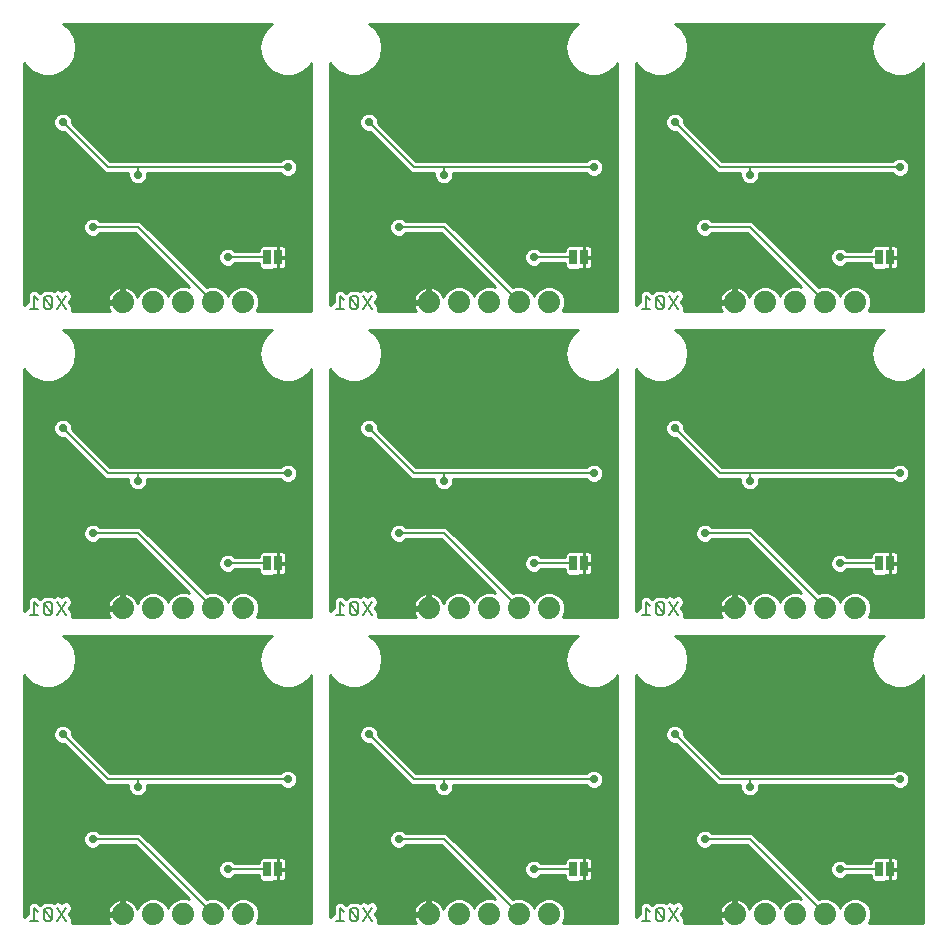
<source format=gbl>
G75*
%MOIN*%
%OFA0B0*%
%FSLAX25Y25*%
%IPPOS*%
%LPD*%
%AMOC8*
5,1,8,0,0,1.08239X$1,22.5*
%
%ADD10C,0.00800*%
%ADD11R,0.02500X0.05000*%
%ADD12C,0.07400*%
%ADD13C,0.01000*%
%ADD14C,0.02900*%
%ADD15C,0.00700*%
D10*
X0025996Y0039400D02*
X0028798Y0039400D01*
X0027397Y0039400D02*
X0027397Y0043604D01*
X0028798Y0042202D01*
X0030600Y0042903D02*
X0030600Y0040101D01*
X0031300Y0039400D01*
X0032701Y0039400D01*
X0033402Y0040101D01*
X0030600Y0042903D01*
X0031300Y0043604D01*
X0032701Y0043604D01*
X0033402Y0042903D01*
X0033402Y0040101D01*
X0035204Y0039400D02*
X0038006Y0043604D01*
X0035204Y0043604D02*
X0038006Y0039400D01*
X0127996Y0039400D02*
X0130798Y0039400D01*
X0129397Y0039400D02*
X0129397Y0043604D01*
X0130798Y0042202D01*
X0132600Y0042903D02*
X0135402Y0040101D01*
X0134701Y0039400D01*
X0133300Y0039400D01*
X0132600Y0040101D01*
X0132600Y0042903D01*
X0133300Y0043604D01*
X0134701Y0043604D01*
X0135402Y0042903D01*
X0135402Y0040101D01*
X0137204Y0039400D02*
X0140006Y0043604D01*
X0137204Y0043604D02*
X0140006Y0039400D01*
X0229996Y0039400D02*
X0232798Y0039400D01*
X0231397Y0039400D02*
X0231397Y0043604D01*
X0232798Y0042202D01*
X0234600Y0042903D02*
X0237402Y0040101D01*
X0236701Y0039400D01*
X0235300Y0039400D01*
X0234600Y0040101D01*
X0234600Y0042903D01*
X0235300Y0043604D01*
X0236701Y0043604D01*
X0237402Y0042903D01*
X0237402Y0040101D01*
X0239204Y0039400D02*
X0242006Y0043604D01*
X0239204Y0043604D02*
X0242006Y0039400D01*
X0242006Y0141400D02*
X0239204Y0145604D01*
X0237402Y0144903D02*
X0236701Y0145604D01*
X0235300Y0145604D01*
X0234600Y0144903D01*
X0237402Y0142101D01*
X0236701Y0141400D01*
X0235300Y0141400D01*
X0234600Y0142101D01*
X0234600Y0144903D01*
X0232798Y0144202D02*
X0231397Y0145604D01*
X0231397Y0141400D01*
X0232798Y0141400D02*
X0229996Y0141400D01*
X0237402Y0142101D02*
X0237402Y0144903D01*
X0239204Y0141400D02*
X0242006Y0145604D01*
X0140006Y0145604D02*
X0137204Y0141400D01*
X0135402Y0142101D02*
X0132600Y0144903D01*
X0132600Y0142101D01*
X0133300Y0141400D01*
X0134701Y0141400D01*
X0135402Y0142101D01*
X0135402Y0144903D01*
X0134701Y0145604D01*
X0133300Y0145604D01*
X0132600Y0144903D01*
X0130798Y0144202D02*
X0129397Y0145604D01*
X0129397Y0141400D01*
X0130798Y0141400D02*
X0127996Y0141400D01*
X0137204Y0145604D02*
X0140006Y0141400D01*
X0038006Y0141400D02*
X0035204Y0145604D01*
X0033402Y0144903D02*
X0032701Y0145604D01*
X0031300Y0145604D01*
X0030600Y0144903D01*
X0033402Y0142101D01*
X0032701Y0141400D01*
X0031300Y0141400D01*
X0030600Y0142101D01*
X0030600Y0144903D01*
X0028798Y0144202D02*
X0027397Y0145604D01*
X0027397Y0141400D01*
X0028798Y0141400D02*
X0025996Y0141400D01*
X0033402Y0142101D02*
X0033402Y0144903D01*
X0035204Y0141400D02*
X0038006Y0145604D01*
X0038006Y0243400D02*
X0035204Y0247604D01*
X0033402Y0246903D02*
X0032701Y0247604D01*
X0031300Y0247604D01*
X0030600Y0246903D01*
X0033402Y0244101D01*
X0032701Y0243400D01*
X0031300Y0243400D01*
X0030600Y0244101D01*
X0030600Y0246903D01*
X0028798Y0246202D02*
X0027397Y0247604D01*
X0027397Y0243400D01*
X0028798Y0243400D02*
X0025996Y0243400D01*
X0033402Y0244101D02*
X0033402Y0246903D01*
X0035204Y0243400D02*
X0038006Y0247604D01*
X0127996Y0243400D02*
X0130798Y0243400D01*
X0129397Y0243400D02*
X0129397Y0247604D01*
X0130798Y0246202D01*
X0132600Y0246903D02*
X0135402Y0244101D01*
X0134701Y0243400D01*
X0133300Y0243400D01*
X0132600Y0244101D01*
X0132600Y0246903D01*
X0133300Y0247604D01*
X0134701Y0247604D01*
X0135402Y0246903D01*
X0135402Y0244101D01*
X0137204Y0243400D02*
X0140006Y0247604D01*
X0137204Y0247604D02*
X0140006Y0243400D01*
X0229996Y0243400D02*
X0232798Y0243400D01*
X0231397Y0243400D02*
X0231397Y0247604D01*
X0232798Y0246202D01*
X0234600Y0246903D02*
X0237402Y0244101D01*
X0236701Y0243400D01*
X0235300Y0243400D01*
X0234600Y0244101D01*
X0234600Y0246903D01*
X0235300Y0247604D01*
X0236701Y0247604D01*
X0237402Y0246903D01*
X0237402Y0244101D01*
X0239204Y0243400D02*
X0242006Y0247604D01*
X0239204Y0247604D02*
X0242006Y0243400D01*
D11*
X0210772Y0260500D03*
X0207228Y0260500D03*
X0108772Y0260500D03*
X0105228Y0260500D03*
X0105228Y0158500D03*
X0108772Y0158500D03*
X0207228Y0158500D03*
X0210772Y0158500D03*
X0309228Y0158500D03*
X0312772Y0158500D03*
X0312772Y0056500D03*
X0309228Y0056500D03*
X0210772Y0056500D03*
X0207228Y0056500D03*
X0108772Y0056500D03*
X0105228Y0056500D03*
X0309228Y0260500D03*
X0312772Y0260500D03*
D12*
X0301000Y0245500D03*
X0291000Y0245500D03*
X0281000Y0245500D03*
X0271000Y0245500D03*
X0261000Y0245500D03*
X0199000Y0245500D03*
X0189000Y0245500D03*
X0179000Y0245500D03*
X0169000Y0245500D03*
X0159000Y0245500D03*
X0097000Y0245500D03*
X0087000Y0245500D03*
X0077000Y0245500D03*
X0067000Y0245500D03*
X0057000Y0245500D03*
X0057000Y0143500D03*
X0067000Y0143500D03*
X0077000Y0143500D03*
X0087000Y0143500D03*
X0097000Y0143500D03*
X0159000Y0143500D03*
X0169000Y0143500D03*
X0179000Y0143500D03*
X0189000Y0143500D03*
X0199000Y0143500D03*
X0261000Y0143500D03*
X0271000Y0143500D03*
X0281000Y0143500D03*
X0291000Y0143500D03*
X0301000Y0143500D03*
X0301000Y0041500D03*
X0291000Y0041500D03*
X0281000Y0041500D03*
X0271000Y0041500D03*
X0261000Y0041500D03*
X0199000Y0041500D03*
X0189000Y0041500D03*
X0179000Y0041500D03*
X0169000Y0041500D03*
X0159000Y0041500D03*
X0097000Y0041500D03*
X0087000Y0041500D03*
X0077000Y0041500D03*
X0067000Y0041500D03*
X0057000Y0041500D03*
D13*
X0024100Y0040474D02*
X0024100Y0121383D01*
X0024688Y0120365D01*
X0024688Y0120365D01*
X0027227Y0118234D01*
X0027227Y0118234D01*
X0030343Y0117100D01*
X0033657Y0117100D01*
X0036772Y0118234D01*
X0036773Y0118234D01*
X0039312Y0120365D01*
X0040969Y0123235D01*
X0040969Y0123235D01*
X0041545Y0126500D01*
X0040969Y0129765D01*
X0039312Y0132635D01*
X0039312Y0132635D01*
X0037209Y0134400D01*
X0106791Y0134400D01*
X0104688Y0132635D01*
X0103031Y0129765D01*
X0102455Y0126500D01*
X0102455Y0126500D01*
X0103031Y0123235D01*
X0104688Y0120365D01*
X0104688Y0120365D01*
X0107227Y0118234D01*
X0107227Y0118234D01*
X0110343Y0117100D01*
X0113657Y0117100D01*
X0116772Y0118234D01*
X0119312Y0120365D01*
X0119900Y0121383D01*
X0119900Y0038600D01*
X0101644Y0038600D01*
X0102400Y0040426D01*
X0102400Y0042574D01*
X0101578Y0044559D01*
X0100059Y0046078D01*
X0098074Y0046900D01*
X0095926Y0046900D01*
X0093941Y0046078D01*
X0092422Y0044559D01*
X0092000Y0043540D01*
X0091578Y0044559D01*
X0090059Y0046078D01*
X0088074Y0046900D01*
X0085926Y0046900D01*
X0084917Y0046482D01*
X0062849Y0068550D01*
X0049405Y0068550D01*
X0048784Y0069170D01*
X0047627Y0069650D01*
X0046373Y0069650D01*
X0045216Y0069170D01*
X0044330Y0068284D01*
X0043850Y0067127D01*
X0043850Y0065873D01*
X0044330Y0064716D01*
X0045216Y0063830D01*
X0046373Y0063350D01*
X0047627Y0063350D01*
X0048784Y0063830D01*
X0049405Y0064450D01*
X0061151Y0064450D01*
X0079144Y0046457D01*
X0078074Y0046900D01*
X0075926Y0046900D01*
X0073941Y0046078D01*
X0072422Y0044559D01*
X0072000Y0043540D01*
X0071578Y0044559D01*
X0070059Y0046078D01*
X0068074Y0046900D01*
X0065926Y0046900D01*
X0063941Y0046078D01*
X0062422Y0044559D01*
X0061891Y0043276D01*
X0061819Y0043496D01*
X0061447Y0044225D01*
X0060966Y0044888D01*
X0060388Y0045466D01*
X0059725Y0045947D01*
X0058996Y0046319D01*
X0058218Y0046572D01*
X0057500Y0046686D01*
X0057500Y0042000D01*
X0056500Y0042000D01*
X0056500Y0046686D01*
X0055782Y0046572D01*
X0055004Y0046319D01*
X0054275Y0045947D01*
X0053612Y0045466D01*
X0053034Y0044888D01*
X0052553Y0044225D01*
X0052181Y0043496D01*
X0051928Y0042718D01*
X0051814Y0042000D01*
X0056500Y0042000D01*
X0056500Y0041000D01*
X0051814Y0041000D01*
X0051928Y0040282D01*
X0052181Y0039504D01*
X0052553Y0038775D01*
X0052679Y0038600D01*
X0039987Y0038600D01*
X0040236Y0039841D01*
X0039129Y0041502D01*
X0040236Y0043162D01*
X0039895Y0044868D01*
X0038447Y0045833D01*
X0036741Y0045492D01*
X0036605Y0045288D01*
X0036468Y0045492D01*
X0034762Y0045833D01*
X0033970Y0045305D01*
X0033571Y0045704D01*
X0032170Y0045704D01*
X0031992Y0045704D01*
X0031832Y0045704D01*
X0031832Y0045704D01*
X0030430Y0045704D01*
X0030430Y0045704D01*
X0030416Y0045690D01*
X0029349Y0044622D01*
X0029131Y0044839D01*
X0028267Y0045704D01*
X0026527Y0045704D01*
X0025903Y0045080D01*
X0025297Y0044473D01*
X0025297Y0041500D01*
X0025126Y0041500D01*
X0024100Y0040474D01*
X0024100Y0040494D02*
X0024120Y0040494D01*
X0024100Y0041493D02*
X0025118Y0041493D01*
X0025297Y0042491D02*
X0024100Y0042491D01*
X0024100Y0043490D02*
X0025297Y0043490D01*
X0025312Y0044488D02*
X0024100Y0044488D01*
X0024100Y0045487D02*
X0026310Y0045487D01*
X0028484Y0045487D02*
X0030213Y0045487D01*
X0032170Y0045704D02*
X0032170Y0045704D01*
X0033788Y0045487D02*
X0034242Y0045487D01*
X0036472Y0045487D02*
X0036737Y0045487D01*
X0038967Y0045487D02*
X0053640Y0045487D01*
X0052743Y0044488D02*
X0039971Y0044488D01*
X0040170Y0043490D02*
X0052179Y0043490D01*
X0051892Y0042491D02*
X0039788Y0042491D01*
X0039135Y0041493D02*
X0056500Y0041493D01*
X0056500Y0042491D02*
X0057500Y0042491D01*
X0057500Y0043490D02*
X0056500Y0043490D01*
X0056500Y0044488D02*
X0057500Y0044488D01*
X0057500Y0045487D02*
X0056500Y0045487D01*
X0056500Y0046485D02*
X0057500Y0046485D01*
X0058485Y0046485D02*
X0064924Y0046485D01*
X0063350Y0045487D02*
X0060360Y0045487D01*
X0061257Y0044488D02*
X0062393Y0044488D01*
X0061979Y0043490D02*
X0061821Y0043490D01*
X0055515Y0046485D02*
X0024100Y0046485D01*
X0024100Y0047484D02*
X0078117Y0047484D01*
X0079076Y0046485D02*
X0079116Y0046485D01*
X0077119Y0048482D02*
X0024100Y0048482D01*
X0024100Y0049481D02*
X0076120Y0049481D01*
X0075122Y0050479D02*
X0024100Y0050479D01*
X0024100Y0051478D02*
X0074123Y0051478D01*
X0073125Y0052476D02*
X0024100Y0052476D01*
X0024100Y0053475D02*
X0072126Y0053475D01*
X0071128Y0054473D02*
X0024100Y0054473D01*
X0024100Y0055472D02*
X0070129Y0055472D01*
X0069131Y0056470D02*
X0024100Y0056470D01*
X0024100Y0057469D02*
X0068132Y0057469D01*
X0067134Y0058467D02*
X0024100Y0058467D01*
X0024100Y0059466D02*
X0066135Y0059466D01*
X0065137Y0060464D02*
X0024100Y0060464D01*
X0024100Y0061463D02*
X0064138Y0061463D01*
X0063140Y0062461D02*
X0024100Y0062461D01*
X0024100Y0063460D02*
X0046108Y0063460D01*
X0047892Y0063460D02*
X0062141Y0063460D01*
X0064944Y0066455D02*
X0119900Y0066455D01*
X0119900Y0065457D02*
X0065942Y0065457D01*
X0066941Y0064458D02*
X0119900Y0064458D01*
X0119900Y0063460D02*
X0067939Y0063460D01*
X0068938Y0062461D02*
X0119900Y0062461D01*
X0119900Y0061463D02*
X0069936Y0061463D01*
X0070935Y0060464D02*
X0103038Y0060464D01*
X0103274Y0060700D02*
X0102278Y0059704D01*
X0102278Y0058550D01*
X0094405Y0058550D01*
X0093784Y0059170D01*
X0092627Y0059650D01*
X0091373Y0059650D01*
X0090216Y0059170D01*
X0089330Y0058284D01*
X0088850Y0057127D01*
X0088850Y0055873D01*
X0089330Y0054716D01*
X0090216Y0053830D01*
X0091373Y0053350D01*
X0092627Y0053350D01*
X0093784Y0053830D01*
X0094405Y0054450D01*
X0102278Y0054450D01*
X0102278Y0053296D01*
X0103274Y0052300D01*
X0107183Y0052300D01*
X0107383Y0052500D01*
X0108647Y0052500D01*
X0108647Y0056375D01*
X0108897Y0056375D01*
X0108897Y0056625D01*
X0111522Y0056625D01*
X0111522Y0059197D01*
X0111419Y0059579D01*
X0111222Y0059921D01*
X0110943Y0060200D01*
X0110601Y0060398D01*
X0110219Y0060500D01*
X0108897Y0060500D01*
X0108897Y0056625D01*
X0108647Y0056625D01*
X0108647Y0060500D01*
X0107383Y0060500D01*
X0107183Y0060700D01*
X0103274Y0060700D01*
X0102278Y0059466D02*
X0093071Y0059466D01*
X0090929Y0059466D02*
X0071933Y0059466D01*
X0072932Y0058467D02*
X0089512Y0058467D01*
X0088992Y0057469D02*
X0073930Y0057469D01*
X0074929Y0056470D02*
X0088850Y0056470D01*
X0089016Y0055472D02*
X0075927Y0055472D01*
X0076926Y0054473D02*
X0089572Y0054473D01*
X0091072Y0053475D02*
X0077924Y0053475D01*
X0078923Y0052476D02*
X0103098Y0052476D01*
X0102278Y0053475D02*
X0092928Y0053475D01*
X0094924Y0046485D02*
X0089076Y0046485D01*
X0090650Y0045487D02*
X0093350Y0045487D01*
X0092393Y0044488D02*
X0091607Y0044488D01*
X0099076Y0046485D02*
X0119900Y0046485D01*
X0119900Y0045487D02*
X0100650Y0045487D01*
X0101607Y0044488D02*
X0119900Y0044488D01*
X0119900Y0043490D02*
X0102021Y0043490D01*
X0102400Y0042491D02*
X0119900Y0042491D01*
X0119900Y0041493D02*
X0102400Y0041493D01*
X0102400Y0040494D02*
X0119900Y0040494D01*
X0119900Y0039496D02*
X0102015Y0039496D01*
X0107359Y0052476D02*
X0119900Y0052476D01*
X0119900Y0051478D02*
X0079921Y0051478D01*
X0080920Y0050479D02*
X0119900Y0050479D01*
X0119900Y0049481D02*
X0081918Y0049481D01*
X0082917Y0048482D02*
X0119900Y0048482D01*
X0119900Y0047484D02*
X0083916Y0047484D01*
X0084914Y0046485D02*
X0084924Y0046485D01*
X0074924Y0046485D02*
X0069076Y0046485D01*
X0070650Y0045487D02*
X0073350Y0045487D01*
X0072393Y0044488D02*
X0071607Y0044488D01*
X0052185Y0039496D02*
X0040167Y0039496D01*
X0039800Y0040494D02*
X0051895Y0040494D01*
X0044587Y0064458D02*
X0024100Y0064458D01*
X0024100Y0065457D02*
X0044023Y0065457D01*
X0043850Y0066455D02*
X0024100Y0066455D01*
X0024100Y0067454D02*
X0043986Y0067454D01*
X0044498Y0068452D02*
X0024100Y0068452D01*
X0024100Y0069451D02*
X0045893Y0069451D01*
X0048107Y0069451D02*
X0119900Y0069451D01*
X0119900Y0070449D02*
X0024100Y0070449D01*
X0024100Y0071448D02*
X0119900Y0071448D01*
X0119900Y0072446D02*
X0024100Y0072446D01*
X0024100Y0073445D02*
X0119900Y0073445D01*
X0119900Y0074443D02*
X0024100Y0074443D01*
X0024100Y0075442D02*
X0119900Y0075442D01*
X0119900Y0076440D02*
X0024100Y0076440D01*
X0024100Y0077439D02*
X0119900Y0077439D01*
X0119900Y0078437D02*
X0024100Y0078437D01*
X0024100Y0079436D02*
X0119900Y0079436D01*
X0119900Y0080434D02*
X0024100Y0080434D01*
X0024100Y0081433D02*
X0060112Y0081433D01*
X0060216Y0081330D02*
X0061373Y0080850D01*
X0062627Y0080850D01*
X0063784Y0081330D01*
X0064670Y0082216D01*
X0065150Y0083373D01*
X0065150Y0084450D01*
X0109595Y0084450D01*
X0110216Y0083830D01*
X0111373Y0083350D01*
X0112627Y0083350D01*
X0113784Y0083830D01*
X0114670Y0084716D01*
X0115150Y0085873D01*
X0115150Y0087127D01*
X0114670Y0088284D01*
X0113784Y0089170D01*
X0112627Y0089650D01*
X0111373Y0089650D01*
X0110216Y0089170D01*
X0109595Y0088550D01*
X0052849Y0088550D01*
X0040150Y0101249D01*
X0040150Y0102127D01*
X0039670Y0103284D01*
X0038784Y0104170D01*
X0037627Y0104650D01*
X0036373Y0104650D01*
X0035216Y0104170D01*
X0034330Y0103284D01*
X0033850Y0102127D01*
X0033850Y0100873D01*
X0034330Y0099716D01*
X0035216Y0098830D01*
X0036373Y0098350D01*
X0037251Y0098350D01*
X0051151Y0084450D01*
X0058850Y0084450D01*
X0058850Y0083373D01*
X0059330Y0082216D01*
X0060216Y0081330D01*
X0059240Y0082432D02*
X0024100Y0082432D01*
X0024100Y0083430D02*
X0058850Y0083430D01*
X0058850Y0084429D02*
X0024100Y0084429D01*
X0024100Y0085427D02*
X0050174Y0085427D01*
X0049175Y0086426D02*
X0024100Y0086426D01*
X0024100Y0087424D02*
X0048177Y0087424D01*
X0047178Y0088423D02*
X0024100Y0088423D01*
X0024100Y0089421D02*
X0046180Y0089421D01*
X0045181Y0090420D02*
X0024100Y0090420D01*
X0024100Y0091418D02*
X0044183Y0091418D01*
X0043184Y0092417D02*
X0024100Y0092417D01*
X0024100Y0093415D02*
X0042186Y0093415D01*
X0041187Y0094414D02*
X0024100Y0094414D01*
X0024100Y0095412D02*
X0040189Y0095412D01*
X0039190Y0096411D02*
X0024100Y0096411D01*
X0024100Y0097409D02*
X0038192Y0097409D01*
X0036234Y0098408D02*
X0024100Y0098408D01*
X0024100Y0099406D02*
X0034639Y0099406D01*
X0034044Y0100405D02*
X0024100Y0100405D01*
X0024100Y0101403D02*
X0033850Y0101403D01*
X0033964Y0102402D02*
X0024100Y0102402D01*
X0024100Y0103400D02*
X0034445Y0103400D01*
X0035767Y0104399D02*
X0024100Y0104399D01*
X0024100Y0105397D02*
X0119900Y0105397D01*
X0119900Y0104399D02*
X0038233Y0104399D01*
X0039555Y0103400D02*
X0119900Y0103400D01*
X0119900Y0102402D02*
X0040036Y0102402D01*
X0040150Y0101403D02*
X0119900Y0101403D01*
X0119900Y0100405D02*
X0040994Y0100405D01*
X0041993Y0099406D02*
X0119900Y0099406D01*
X0119900Y0098408D02*
X0042991Y0098408D01*
X0043990Y0097409D02*
X0119900Y0097409D01*
X0119900Y0096411D02*
X0044988Y0096411D01*
X0045987Y0095412D02*
X0119900Y0095412D01*
X0119900Y0094414D02*
X0046985Y0094414D01*
X0047984Y0093415D02*
X0119900Y0093415D01*
X0119900Y0092417D02*
X0048982Y0092417D01*
X0049981Y0091418D02*
X0119900Y0091418D01*
X0119900Y0090420D02*
X0050980Y0090420D01*
X0051978Y0089421D02*
X0110821Y0089421D01*
X0113179Y0089421D02*
X0119900Y0089421D01*
X0119900Y0088423D02*
X0114532Y0088423D01*
X0115027Y0087424D02*
X0119900Y0087424D01*
X0119900Y0086426D02*
X0115150Y0086426D01*
X0114965Y0085427D02*
X0119900Y0085427D01*
X0119900Y0084429D02*
X0114383Y0084429D01*
X0112820Y0083430D02*
X0119900Y0083430D01*
X0119900Y0082432D02*
X0064760Y0082432D01*
X0065150Y0083430D02*
X0111180Y0083430D01*
X0109617Y0084429D02*
X0065150Y0084429D01*
X0063888Y0081433D02*
X0119900Y0081433D01*
X0126100Y0081433D02*
X0162112Y0081433D01*
X0162216Y0081330D02*
X0163373Y0080850D01*
X0164627Y0080850D01*
X0165784Y0081330D01*
X0166670Y0082216D01*
X0167150Y0083373D01*
X0167150Y0084450D01*
X0211595Y0084450D01*
X0212216Y0083830D01*
X0213373Y0083350D01*
X0214627Y0083350D01*
X0215784Y0083830D01*
X0216670Y0084716D01*
X0217150Y0085873D01*
X0217150Y0087127D01*
X0216670Y0088284D01*
X0215784Y0089170D01*
X0214627Y0089650D01*
X0213373Y0089650D01*
X0212216Y0089170D01*
X0211595Y0088550D01*
X0154849Y0088550D01*
X0142150Y0101249D01*
X0142150Y0102127D01*
X0141670Y0103284D01*
X0140784Y0104170D01*
X0139627Y0104650D01*
X0138373Y0104650D01*
X0137216Y0104170D01*
X0136330Y0103284D01*
X0135850Y0102127D01*
X0135850Y0100873D01*
X0136330Y0099716D01*
X0137216Y0098830D01*
X0138373Y0098350D01*
X0139251Y0098350D01*
X0153151Y0084450D01*
X0160850Y0084450D01*
X0160850Y0083373D01*
X0161330Y0082216D01*
X0162216Y0081330D01*
X0161240Y0082432D02*
X0126100Y0082432D01*
X0126100Y0083430D02*
X0160850Y0083430D01*
X0160850Y0084429D02*
X0126100Y0084429D01*
X0126100Y0085427D02*
X0152174Y0085427D01*
X0151175Y0086426D02*
X0126100Y0086426D01*
X0126100Y0087424D02*
X0150177Y0087424D01*
X0149178Y0088423D02*
X0126100Y0088423D01*
X0126100Y0089421D02*
X0148180Y0089421D01*
X0147181Y0090420D02*
X0126100Y0090420D01*
X0126100Y0091418D02*
X0146183Y0091418D01*
X0145184Y0092417D02*
X0126100Y0092417D01*
X0126100Y0093415D02*
X0144186Y0093415D01*
X0143187Y0094414D02*
X0126100Y0094414D01*
X0126100Y0095412D02*
X0142189Y0095412D01*
X0141190Y0096411D02*
X0126100Y0096411D01*
X0126100Y0097409D02*
X0140192Y0097409D01*
X0138234Y0098408D02*
X0126100Y0098408D01*
X0126100Y0099406D02*
X0136639Y0099406D01*
X0136044Y0100405D02*
X0126100Y0100405D01*
X0126100Y0101403D02*
X0135850Y0101403D01*
X0135964Y0102402D02*
X0126100Y0102402D01*
X0126100Y0103400D02*
X0136445Y0103400D01*
X0137767Y0104399D02*
X0126100Y0104399D01*
X0126100Y0105397D02*
X0221900Y0105397D01*
X0221900Y0104399D02*
X0140233Y0104399D01*
X0141555Y0103400D02*
X0221900Y0103400D01*
X0221900Y0102402D02*
X0142036Y0102402D01*
X0142150Y0101403D02*
X0221900Y0101403D01*
X0221900Y0100405D02*
X0142994Y0100405D01*
X0143993Y0099406D02*
X0221900Y0099406D01*
X0221900Y0098408D02*
X0144991Y0098408D01*
X0145990Y0097409D02*
X0221900Y0097409D01*
X0221900Y0096411D02*
X0146988Y0096411D01*
X0147987Y0095412D02*
X0221900Y0095412D01*
X0221900Y0094414D02*
X0148985Y0094414D01*
X0149984Y0093415D02*
X0221900Y0093415D01*
X0221900Y0092417D02*
X0150982Y0092417D01*
X0151981Y0091418D02*
X0221900Y0091418D01*
X0221900Y0090420D02*
X0152980Y0090420D01*
X0153978Y0089421D02*
X0212821Y0089421D01*
X0215179Y0089421D02*
X0221900Y0089421D01*
X0221900Y0088423D02*
X0216532Y0088423D01*
X0217027Y0087424D02*
X0221900Y0087424D01*
X0221900Y0086426D02*
X0217150Y0086426D01*
X0216965Y0085427D02*
X0221900Y0085427D01*
X0221900Y0084429D02*
X0216383Y0084429D01*
X0214820Y0083430D02*
X0221900Y0083430D01*
X0221900Y0082432D02*
X0166760Y0082432D01*
X0167150Y0083430D02*
X0213180Y0083430D01*
X0211617Y0084429D02*
X0167150Y0084429D01*
X0165888Y0081433D02*
X0221900Y0081433D01*
X0221900Y0080434D02*
X0126100Y0080434D01*
X0126100Y0079436D02*
X0221900Y0079436D01*
X0221900Y0078437D02*
X0126100Y0078437D01*
X0126100Y0077439D02*
X0221900Y0077439D01*
X0221900Y0076440D02*
X0126100Y0076440D01*
X0126100Y0075442D02*
X0221900Y0075442D01*
X0221900Y0074443D02*
X0126100Y0074443D01*
X0126100Y0073445D02*
X0221900Y0073445D01*
X0221900Y0072446D02*
X0126100Y0072446D01*
X0126100Y0071448D02*
X0221900Y0071448D01*
X0221900Y0070449D02*
X0126100Y0070449D01*
X0126100Y0069451D02*
X0147893Y0069451D01*
X0148373Y0069650D02*
X0147216Y0069170D01*
X0146330Y0068284D01*
X0145850Y0067127D01*
X0145850Y0065873D01*
X0146330Y0064716D01*
X0147216Y0063830D01*
X0148373Y0063350D01*
X0149627Y0063350D01*
X0150784Y0063830D01*
X0151405Y0064450D01*
X0163151Y0064450D01*
X0181144Y0046457D01*
X0180074Y0046900D01*
X0177926Y0046900D01*
X0175941Y0046078D01*
X0174422Y0044559D01*
X0174000Y0043540D01*
X0173578Y0044559D01*
X0172059Y0046078D01*
X0170074Y0046900D01*
X0167926Y0046900D01*
X0165941Y0046078D01*
X0164422Y0044559D01*
X0163891Y0043276D01*
X0163819Y0043496D01*
X0163447Y0044225D01*
X0162966Y0044888D01*
X0162388Y0045466D01*
X0161725Y0045947D01*
X0160996Y0046319D01*
X0160218Y0046572D01*
X0159500Y0046686D01*
X0159500Y0042000D01*
X0158500Y0042000D01*
X0158500Y0046686D01*
X0157782Y0046572D01*
X0157004Y0046319D01*
X0156275Y0045947D01*
X0155612Y0045466D01*
X0155034Y0044888D01*
X0154553Y0044225D01*
X0154181Y0043496D01*
X0153928Y0042718D01*
X0153814Y0042000D01*
X0158500Y0042000D01*
X0158500Y0041000D01*
X0153814Y0041000D01*
X0153928Y0040282D01*
X0154181Y0039504D01*
X0154553Y0038775D01*
X0154679Y0038600D01*
X0141987Y0038600D01*
X0142236Y0039841D01*
X0141129Y0041502D01*
X0142236Y0043162D01*
X0141895Y0044868D01*
X0140447Y0045833D01*
X0138741Y0045492D01*
X0138605Y0045288D01*
X0138468Y0045492D01*
X0136762Y0045833D01*
X0135970Y0045305D01*
X0135571Y0045704D01*
X0134170Y0045704D01*
X0133832Y0045704D01*
X0133832Y0045704D01*
X0132430Y0045704D01*
X0132430Y0045704D01*
X0132416Y0045690D01*
X0131349Y0044622D01*
X0131131Y0044839D01*
X0130267Y0045704D01*
X0128527Y0045704D01*
X0127903Y0045080D01*
X0127297Y0044473D01*
X0127297Y0041500D01*
X0127126Y0041500D01*
X0126100Y0040474D01*
X0126100Y0121383D01*
X0126688Y0120365D01*
X0126688Y0120365D01*
X0129227Y0118234D01*
X0129227Y0118234D01*
X0132343Y0117100D01*
X0135657Y0117100D01*
X0138772Y0118234D01*
X0138773Y0118234D01*
X0141312Y0120365D01*
X0142969Y0123235D01*
X0142969Y0123235D01*
X0143545Y0126500D01*
X0143545Y0126500D01*
X0142969Y0129765D01*
X0141312Y0132635D01*
X0139209Y0134400D01*
X0208791Y0134400D01*
X0206688Y0132635D01*
X0205031Y0129765D01*
X0204455Y0126500D01*
X0205031Y0123235D01*
X0206688Y0120365D01*
X0206688Y0120365D01*
X0209227Y0118234D01*
X0209227Y0118234D01*
X0212343Y0117100D01*
X0215657Y0117100D01*
X0218772Y0118234D01*
X0218773Y0118234D01*
X0221312Y0120365D01*
X0221900Y0121383D01*
X0221900Y0038600D01*
X0203644Y0038600D01*
X0204400Y0040426D01*
X0204400Y0042574D01*
X0203578Y0044559D01*
X0202059Y0046078D01*
X0200074Y0046900D01*
X0197926Y0046900D01*
X0195941Y0046078D01*
X0194422Y0044559D01*
X0194000Y0043540D01*
X0193578Y0044559D01*
X0192059Y0046078D01*
X0190074Y0046900D01*
X0187926Y0046900D01*
X0186917Y0046482D01*
X0164849Y0068550D01*
X0151405Y0068550D01*
X0150784Y0069170D01*
X0149627Y0069650D01*
X0148373Y0069650D01*
X0150107Y0069451D02*
X0221900Y0069451D01*
X0221900Y0068452D02*
X0164947Y0068452D01*
X0165945Y0067454D02*
X0221900Y0067454D01*
X0221900Y0066455D02*
X0166944Y0066455D01*
X0167942Y0065457D02*
X0221900Y0065457D01*
X0221900Y0064458D02*
X0168941Y0064458D01*
X0169939Y0063460D02*
X0221900Y0063460D01*
X0221900Y0062461D02*
X0170938Y0062461D01*
X0171936Y0061463D02*
X0221900Y0061463D01*
X0221900Y0060464D02*
X0212352Y0060464D01*
X0212219Y0060500D02*
X0210897Y0060500D01*
X0210897Y0056625D01*
X0213522Y0056625D01*
X0213522Y0059197D01*
X0213419Y0059579D01*
X0213222Y0059921D01*
X0212943Y0060200D01*
X0212601Y0060398D01*
X0212219Y0060500D01*
X0210897Y0060464D02*
X0210647Y0060464D01*
X0210647Y0060500D02*
X0209383Y0060500D01*
X0209183Y0060700D01*
X0205274Y0060700D01*
X0204278Y0059704D01*
X0204278Y0058550D01*
X0196405Y0058550D01*
X0195784Y0059170D01*
X0194627Y0059650D01*
X0193373Y0059650D01*
X0192216Y0059170D01*
X0191330Y0058284D01*
X0190850Y0057127D01*
X0190850Y0055873D01*
X0191330Y0054716D01*
X0192216Y0053830D01*
X0193373Y0053350D01*
X0194627Y0053350D01*
X0195784Y0053830D01*
X0196405Y0054450D01*
X0204278Y0054450D01*
X0204278Y0053296D01*
X0205274Y0052300D01*
X0209183Y0052300D01*
X0209383Y0052500D01*
X0210647Y0052500D01*
X0210647Y0056375D01*
X0210897Y0056375D01*
X0210897Y0056625D01*
X0210647Y0056625D01*
X0210647Y0060500D01*
X0210647Y0059466D02*
X0210897Y0059466D01*
X0210897Y0058467D02*
X0210647Y0058467D01*
X0210647Y0057469D02*
X0210897Y0057469D01*
X0210897Y0056470D02*
X0221900Y0056470D01*
X0221900Y0055472D02*
X0213522Y0055472D01*
X0213522Y0056375D02*
X0213522Y0053803D01*
X0213419Y0053421D01*
X0213222Y0053079D01*
X0212943Y0052800D01*
X0212601Y0052602D01*
X0212219Y0052500D01*
X0210897Y0052500D01*
X0210897Y0056375D01*
X0213522Y0056375D01*
X0213522Y0057469D02*
X0221900Y0057469D01*
X0221900Y0058467D02*
X0213522Y0058467D01*
X0213450Y0059466D02*
X0221900Y0059466D01*
X0221900Y0054473D02*
X0213522Y0054473D01*
X0213434Y0053475D02*
X0221900Y0053475D01*
X0221900Y0052476D02*
X0209359Y0052476D01*
X0210647Y0053475D02*
X0210897Y0053475D01*
X0210897Y0054473D02*
X0210647Y0054473D01*
X0210647Y0055472D02*
X0210897Y0055472D01*
X0205098Y0052476D02*
X0180923Y0052476D01*
X0181921Y0051478D02*
X0221900Y0051478D01*
X0221900Y0050479D02*
X0182920Y0050479D01*
X0183918Y0049481D02*
X0221900Y0049481D01*
X0221900Y0048482D02*
X0184917Y0048482D01*
X0185916Y0047484D02*
X0221900Y0047484D01*
X0221900Y0046485D02*
X0201076Y0046485D01*
X0202650Y0045487D02*
X0221900Y0045487D01*
X0221900Y0044488D02*
X0203607Y0044488D01*
X0204021Y0043490D02*
X0221900Y0043490D01*
X0221900Y0042491D02*
X0204400Y0042491D01*
X0204400Y0041493D02*
X0221900Y0041493D01*
X0221900Y0040494D02*
X0204400Y0040494D01*
X0204015Y0039496D02*
X0221900Y0039496D01*
X0228100Y0040474D02*
X0228100Y0121383D01*
X0228688Y0120365D01*
X0228688Y0120365D01*
X0231227Y0118234D01*
X0234343Y0117100D01*
X0237657Y0117100D01*
X0240772Y0118234D01*
X0240773Y0118234D01*
X0243312Y0120365D01*
X0244969Y0123235D01*
X0244969Y0123235D01*
X0245545Y0126500D01*
X0244969Y0129765D01*
X0243312Y0132635D01*
X0243312Y0132635D01*
X0241209Y0134400D01*
X0310791Y0134400D01*
X0308688Y0132635D01*
X0307031Y0129765D01*
X0306455Y0126500D01*
X0306455Y0126500D01*
X0307031Y0123235D01*
X0308688Y0120365D01*
X0308688Y0120365D01*
X0311227Y0118234D01*
X0311227Y0118234D01*
X0314343Y0117100D01*
X0317657Y0117100D01*
X0320772Y0118234D01*
X0320773Y0118234D01*
X0323312Y0120365D01*
X0323900Y0121383D01*
X0323900Y0038600D01*
X0305644Y0038600D01*
X0306400Y0040426D01*
X0306400Y0042574D01*
X0305578Y0044559D01*
X0304059Y0046078D01*
X0302074Y0046900D01*
X0299926Y0046900D01*
X0297941Y0046078D01*
X0296422Y0044559D01*
X0296000Y0043540D01*
X0295578Y0044559D01*
X0294059Y0046078D01*
X0292074Y0046900D01*
X0289926Y0046900D01*
X0288917Y0046482D01*
X0266849Y0068550D01*
X0253405Y0068550D01*
X0252784Y0069170D01*
X0251627Y0069650D01*
X0250373Y0069650D01*
X0249216Y0069170D01*
X0248330Y0068284D01*
X0247850Y0067127D01*
X0247850Y0065873D01*
X0248330Y0064716D01*
X0249216Y0063830D01*
X0250373Y0063350D01*
X0251627Y0063350D01*
X0252784Y0063830D01*
X0253405Y0064450D01*
X0265151Y0064450D01*
X0283144Y0046457D01*
X0282074Y0046900D01*
X0279926Y0046900D01*
X0277941Y0046078D01*
X0276422Y0044559D01*
X0276000Y0043540D01*
X0275578Y0044559D01*
X0274059Y0046078D01*
X0272074Y0046900D01*
X0269926Y0046900D01*
X0267941Y0046078D01*
X0266422Y0044559D01*
X0265891Y0043276D01*
X0265819Y0043496D01*
X0265447Y0044225D01*
X0264966Y0044888D01*
X0264388Y0045466D01*
X0263725Y0045947D01*
X0262996Y0046319D01*
X0262218Y0046572D01*
X0261500Y0046686D01*
X0261500Y0042000D01*
X0260500Y0042000D01*
X0260500Y0046686D01*
X0259782Y0046572D01*
X0259004Y0046319D01*
X0258275Y0045947D01*
X0257612Y0045466D01*
X0257034Y0044888D01*
X0256553Y0044225D01*
X0256181Y0043496D01*
X0255928Y0042718D01*
X0255814Y0042000D01*
X0260500Y0042000D01*
X0260500Y0041000D01*
X0255814Y0041000D01*
X0255928Y0040282D01*
X0256181Y0039504D01*
X0256553Y0038775D01*
X0256679Y0038600D01*
X0243987Y0038600D01*
X0244236Y0039841D01*
X0243129Y0041502D01*
X0244236Y0043162D01*
X0243895Y0044868D01*
X0242447Y0045833D01*
X0240741Y0045492D01*
X0240605Y0045288D01*
X0240468Y0045492D01*
X0238762Y0045833D01*
X0237970Y0045305D01*
X0237571Y0045704D01*
X0236170Y0045704D01*
X0235992Y0045704D01*
X0235832Y0045704D01*
X0235832Y0045704D01*
X0234430Y0045704D01*
X0234430Y0045704D01*
X0234416Y0045690D01*
X0233349Y0044622D01*
X0233131Y0044839D01*
X0232267Y0045704D01*
X0230527Y0045704D01*
X0229903Y0045080D01*
X0229297Y0044473D01*
X0229297Y0041500D01*
X0229126Y0041500D01*
X0228100Y0040474D01*
X0228100Y0040494D02*
X0228120Y0040494D01*
X0228100Y0041493D02*
X0229118Y0041493D01*
X0229297Y0042491D02*
X0228100Y0042491D01*
X0228100Y0043490D02*
X0229297Y0043490D01*
X0229312Y0044488D02*
X0228100Y0044488D01*
X0228100Y0045487D02*
X0230310Y0045487D01*
X0232484Y0045487D02*
X0234213Y0045487D01*
X0236170Y0045704D02*
X0236170Y0045704D01*
X0237788Y0045487D02*
X0238242Y0045487D01*
X0240472Y0045487D02*
X0240737Y0045487D01*
X0242967Y0045487D02*
X0257640Y0045487D01*
X0256743Y0044488D02*
X0243971Y0044488D01*
X0244170Y0043490D02*
X0256179Y0043490D01*
X0255892Y0042491D02*
X0243788Y0042491D01*
X0243135Y0041493D02*
X0260500Y0041493D01*
X0260500Y0042491D02*
X0261500Y0042491D01*
X0261500Y0043490D02*
X0260500Y0043490D01*
X0260500Y0044488D02*
X0261500Y0044488D01*
X0261500Y0045487D02*
X0260500Y0045487D01*
X0260500Y0046485D02*
X0261500Y0046485D01*
X0262485Y0046485D02*
X0268924Y0046485D01*
X0267350Y0045487D02*
X0264360Y0045487D01*
X0265257Y0044488D02*
X0266393Y0044488D01*
X0265979Y0043490D02*
X0265821Y0043490D01*
X0259515Y0046485D02*
X0228100Y0046485D01*
X0228100Y0047484D02*
X0282117Y0047484D01*
X0283076Y0046485D02*
X0283116Y0046485D01*
X0281119Y0048482D02*
X0228100Y0048482D01*
X0228100Y0049481D02*
X0280120Y0049481D01*
X0279122Y0050479D02*
X0228100Y0050479D01*
X0228100Y0051478D02*
X0278123Y0051478D01*
X0277125Y0052476D02*
X0228100Y0052476D01*
X0228100Y0053475D02*
X0276126Y0053475D01*
X0275128Y0054473D02*
X0228100Y0054473D01*
X0228100Y0055472D02*
X0274129Y0055472D01*
X0273131Y0056470D02*
X0228100Y0056470D01*
X0228100Y0057469D02*
X0272132Y0057469D01*
X0271134Y0058467D02*
X0228100Y0058467D01*
X0228100Y0059466D02*
X0270135Y0059466D01*
X0269137Y0060464D02*
X0228100Y0060464D01*
X0228100Y0061463D02*
X0268138Y0061463D01*
X0267140Y0062461D02*
X0228100Y0062461D01*
X0228100Y0063460D02*
X0250108Y0063460D01*
X0251892Y0063460D02*
X0266141Y0063460D01*
X0268944Y0066455D02*
X0323900Y0066455D01*
X0323900Y0065457D02*
X0269942Y0065457D01*
X0270941Y0064458D02*
X0323900Y0064458D01*
X0323900Y0063460D02*
X0271939Y0063460D01*
X0272938Y0062461D02*
X0323900Y0062461D01*
X0323900Y0061463D02*
X0273936Y0061463D01*
X0274935Y0060464D02*
X0307038Y0060464D01*
X0307274Y0060700D02*
X0306278Y0059704D01*
X0306278Y0058550D01*
X0298405Y0058550D01*
X0297784Y0059170D01*
X0296627Y0059650D01*
X0295373Y0059650D01*
X0294216Y0059170D01*
X0293330Y0058284D01*
X0292850Y0057127D01*
X0292850Y0055873D01*
X0293330Y0054716D01*
X0294216Y0053830D01*
X0295373Y0053350D01*
X0296627Y0053350D01*
X0297784Y0053830D01*
X0298405Y0054450D01*
X0306278Y0054450D01*
X0306278Y0053296D01*
X0307274Y0052300D01*
X0311183Y0052300D01*
X0311383Y0052500D01*
X0312647Y0052500D01*
X0312647Y0056375D01*
X0312897Y0056375D01*
X0312897Y0056625D01*
X0315522Y0056625D01*
X0315522Y0059197D01*
X0315419Y0059579D01*
X0315222Y0059921D01*
X0314943Y0060200D01*
X0314601Y0060398D01*
X0314219Y0060500D01*
X0312897Y0060500D01*
X0312897Y0056625D01*
X0312647Y0056625D01*
X0312647Y0060500D01*
X0311383Y0060500D01*
X0311183Y0060700D01*
X0307274Y0060700D01*
X0306278Y0059466D02*
X0297071Y0059466D01*
X0294929Y0059466D02*
X0275933Y0059466D01*
X0276932Y0058467D02*
X0293512Y0058467D01*
X0292992Y0057469D02*
X0277930Y0057469D01*
X0278929Y0056470D02*
X0292850Y0056470D01*
X0293016Y0055472D02*
X0279927Y0055472D01*
X0280926Y0054473D02*
X0293572Y0054473D01*
X0295072Y0053475D02*
X0281924Y0053475D01*
X0282923Y0052476D02*
X0307098Y0052476D01*
X0306278Y0053475D02*
X0296928Y0053475D01*
X0298924Y0046485D02*
X0293076Y0046485D01*
X0294650Y0045487D02*
X0297350Y0045487D01*
X0296393Y0044488D02*
X0295607Y0044488D01*
X0288924Y0046485D02*
X0288914Y0046485D01*
X0287916Y0047484D02*
X0323900Y0047484D01*
X0323900Y0048482D02*
X0286917Y0048482D01*
X0285918Y0049481D02*
X0323900Y0049481D01*
X0323900Y0050479D02*
X0284920Y0050479D01*
X0283921Y0051478D02*
X0323900Y0051478D01*
X0323900Y0052476D02*
X0311359Y0052476D01*
X0312897Y0052500D02*
X0314219Y0052500D01*
X0314601Y0052602D01*
X0314943Y0052800D01*
X0315222Y0053079D01*
X0315419Y0053421D01*
X0315522Y0053803D01*
X0315522Y0056375D01*
X0312897Y0056375D01*
X0312897Y0052500D01*
X0312897Y0053475D02*
X0312647Y0053475D01*
X0312647Y0054473D02*
X0312897Y0054473D01*
X0312897Y0055472D02*
X0312647Y0055472D01*
X0312897Y0056470D02*
X0323900Y0056470D01*
X0323900Y0055472D02*
X0315522Y0055472D01*
X0315522Y0054473D02*
X0323900Y0054473D01*
X0323900Y0053475D02*
X0315434Y0053475D01*
X0315522Y0057469D02*
X0323900Y0057469D01*
X0323900Y0058467D02*
X0315522Y0058467D01*
X0315450Y0059466D02*
X0323900Y0059466D01*
X0323900Y0060464D02*
X0314352Y0060464D01*
X0312897Y0060464D02*
X0312647Y0060464D01*
X0312647Y0059466D02*
X0312897Y0059466D01*
X0312897Y0058467D02*
X0312647Y0058467D01*
X0312647Y0057469D02*
X0312897Y0057469D01*
X0304650Y0045487D02*
X0323900Y0045487D01*
X0323900Y0046485D02*
X0303076Y0046485D01*
X0305607Y0044488D02*
X0323900Y0044488D01*
X0323900Y0043490D02*
X0306021Y0043490D01*
X0306400Y0042491D02*
X0323900Y0042491D01*
X0323900Y0041493D02*
X0306400Y0041493D01*
X0306400Y0040494D02*
X0323900Y0040494D01*
X0323900Y0039496D02*
X0306015Y0039496D01*
X0278924Y0046485D02*
X0273076Y0046485D01*
X0274650Y0045487D02*
X0277350Y0045487D01*
X0276393Y0044488D02*
X0275607Y0044488D01*
X0256185Y0039496D02*
X0244167Y0039496D01*
X0243800Y0040494D02*
X0255895Y0040494D01*
X0248587Y0064458D02*
X0228100Y0064458D01*
X0228100Y0065457D02*
X0248023Y0065457D01*
X0247850Y0066455D02*
X0228100Y0066455D01*
X0228100Y0067454D02*
X0247986Y0067454D01*
X0248498Y0068452D02*
X0228100Y0068452D01*
X0228100Y0069451D02*
X0249893Y0069451D01*
X0252107Y0069451D02*
X0323900Y0069451D01*
X0323900Y0070449D02*
X0228100Y0070449D01*
X0228100Y0071448D02*
X0323900Y0071448D01*
X0323900Y0072446D02*
X0228100Y0072446D01*
X0228100Y0073445D02*
X0323900Y0073445D01*
X0323900Y0074443D02*
X0228100Y0074443D01*
X0228100Y0075442D02*
X0323900Y0075442D01*
X0323900Y0076440D02*
X0228100Y0076440D01*
X0228100Y0077439D02*
X0323900Y0077439D01*
X0323900Y0078437D02*
X0228100Y0078437D01*
X0228100Y0079436D02*
X0323900Y0079436D01*
X0323900Y0080434D02*
X0228100Y0080434D01*
X0228100Y0081433D02*
X0264112Y0081433D01*
X0264216Y0081330D02*
X0265373Y0080850D01*
X0266627Y0080850D01*
X0267784Y0081330D01*
X0268670Y0082216D01*
X0269150Y0083373D01*
X0269150Y0084450D01*
X0313595Y0084450D01*
X0314216Y0083830D01*
X0315373Y0083350D01*
X0316627Y0083350D01*
X0317784Y0083830D01*
X0318670Y0084716D01*
X0319150Y0085873D01*
X0319150Y0087127D01*
X0318670Y0088284D01*
X0317784Y0089170D01*
X0316627Y0089650D01*
X0315373Y0089650D01*
X0314216Y0089170D01*
X0313595Y0088550D01*
X0256849Y0088550D01*
X0244150Y0101249D01*
X0244150Y0102127D01*
X0243670Y0103284D01*
X0242784Y0104170D01*
X0241627Y0104650D01*
X0240373Y0104650D01*
X0239216Y0104170D01*
X0238330Y0103284D01*
X0237850Y0102127D01*
X0237850Y0100873D01*
X0238330Y0099716D01*
X0239216Y0098830D01*
X0240373Y0098350D01*
X0241251Y0098350D01*
X0255151Y0084450D01*
X0262850Y0084450D01*
X0262850Y0083373D01*
X0263330Y0082216D01*
X0264216Y0081330D01*
X0263240Y0082432D02*
X0228100Y0082432D01*
X0228100Y0083430D02*
X0262850Y0083430D01*
X0262850Y0084429D02*
X0228100Y0084429D01*
X0228100Y0085427D02*
X0254174Y0085427D01*
X0253175Y0086426D02*
X0228100Y0086426D01*
X0228100Y0087424D02*
X0252177Y0087424D01*
X0251178Y0088423D02*
X0228100Y0088423D01*
X0228100Y0089421D02*
X0250180Y0089421D01*
X0249181Y0090420D02*
X0228100Y0090420D01*
X0228100Y0091418D02*
X0248183Y0091418D01*
X0247184Y0092417D02*
X0228100Y0092417D01*
X0228100Y0093415D02*
X0246186Y0093415D01*
X0245187Y0094414D02*
X0228100Y0094414D01*
X0228100Y0095412D02*
X0244189Y0095412D01*
X0243190Y0096411D02*
X0228100Y0096411D01*
X0228100Y0097409D02*
X0242192Y0097409D01*
X0240234Y0098408D02*
X0228100Y0098408D01*
X0228100Y0099406D02*
X0238639Y0099406D01*
X0238044Y0100405D02*
X0228100Y0100405D01*
X0228100Y0101403D02*
X0237850Y0101403D01*
X0237964Y0102402D02*
X0228100Y0102402D01*
X0228100Y0103400D02*
X0238445Y0103400D01*
X0239767Y0104399D02*
X0228100Y0104399D01*
X0228100Y0105397D02*
X0323900Y0105397D01*
X0323900Y0104399D02*
X0242233Y0104399D01*
X0243555Y0103400D02*
X0323900Y0103400D01*
X0323900Y0102402D02*
X0244036Y0102402D01*
X0244150Y0101403D02*
X0323900Y0101403D01*
X0323900Y0100405D02*
X0244994Y0100405D01*
X0245993Y0099406D02*
X0323900Y0099406D01*
X0323900Y0098408D02*
X0246991Y0098408D01*
X0247990Y0097409D02*
X0323900Y0097409D01*
X0323900Y0096411D02*
X0248988Y0096411D01*
X0249987Y0095412D02*
X0323900Y0095412D01*
X0323900Y0094414D02*
X0250985Y0094414D01*
X0251984Y0093415D02*
X0323900Y0093415D01*
X0323900Y0092417D02*
X0252982Y0092417D01*
X0253981Y0091418D02*
X0323900Y0091418D01*
X0323900Y0090420D02*
X0254980Y0090420D01*
X0255978Y0089421D02*
X0314821Y0089421D01*
X0317179Y0089421D02*
X0323900Y0089421D01*
X0323900Y0088423D02*
X0318532Y0088423D01*
X0319027Y0087424D02*
X0323900Y0087424D01*
X0323900Y0086426D02*
X0319150Y0086426D01*
X0318965Y0085427D02*
X0323900Y0085427D01*
X0323900Y0084429D02*
X0318383Y0084429D01*
X0316820Y0083430D02*
X0323900Y0083430D01*
X0323900Y0082432D02*
X0268760Y0082432D01*
X0269150Y0083430D02*
X0315180Y0083430D01*
X0313617Y0084429D02*
X0269150Y0084429D01*
X0267888Y0081433D02*
X0323900Y0081433D01*
X0323900Y0068452D02*
X0266947Y0068452D01*
X0267945Y0067454D02*
X0323900Y0067454D01*
X0323900Y0106396D02*
X0228100Y0106396D01*
X0228100Y0107394D02*
X0323900Y0107394D01*
X0323900Y0108393D02*
X0228100Y0108393D01*
X0228100Y0109391D02*
X0323900Y0109391D01*
X0323900Y0110390D02*
X0228100Y0110390D01*
X0228100Y0111388D02*
X0323900Y0111388D01*
X0323900Y0112387D02*
X0228100Y0112387D01*
X0228100Y0113385D02*
X0323900Y0113385D01*
X0323900Y0114384D02*
X0228100Y0114384D01*
X0228100Y0115382D02*
X0323900Y0115382D01*
X0323900Y0116381D02*
X0228100Y0116381D01*
X0228100Y0117379D02*
X0233575Y0117379D01*
X0231056Y0118378D02*
X0228100Y0118378D01*
X0228100Y0119376D02*
X0229866Y0119376D01*
X0228682Y0120375D02*
X0228100Y0120375D01*
X0228100Y0121373D02*
X0228106Y0121373D01*
X0221900Y0121373D02*
X0221894Y0121373D01*
X0221900Y0120375D02*
X0221318Y0120375D01*
X0221312Y0120365D02*
X0221312Y0120365D01*
X0221312Y0120365D01*
X0221900Y0119376D02*
X0220134Y0119376D01*
X0218944Y0118378D02*
X0221900Y0118378D01*
X0221900Y0117379D02*
X0216425Y0117379D01*
X0211575Y0117379D02*
X0136425Y0117379D01*
X0138944Y0118378D02*
X0209056Y0118378D01*
X0207866Y0119376D02*
X0140134Y0119376D01*
X0141312Y0120365D02*
X0141312Y0120365D01*
X0141312Y0120365D01*
X0141318Y0120375D02*
X0206682Y0120375D01*
X0206106Y0121373D02*
X0141894Y0121373D01*
X0142471Y0122372D02*
X0205529Y0122372D01*
X0205007Y0123370D02*
X0142993Y0123370D01*
X0143169Y0124369D02*
X0204831Y0124369D01*
X0204655Y0125368D02*
X0143345Y0125368D01*
X0143521Y0126366D02*
X0204479Y0126366D01*
X0204607Y0127365D02*
X0143393Y0127365D01*
X0143216Y0128363D02*
X0204784Y0128363D01*
X0204960Y0129362D02*
X0143040Y0129362D01*
X0142626Y0130360D02*
X0205374Y0130360D01*
X0205951Y0131359D02*
X0142049Y0131359D01*
X0141473Y0132357D02*
X0206527Y0132357D01*
X0206688Y0132635D02*
X0206688Y0132635D01*
X0206688Y0132635D01*
X0207546Y0133356D02*
X0140454Y0133356D01*
X0139264Y0134354D02*
X0208736Y0134354D01*
X0203644Y0140600D02*
X0204400Y0142426D01*
X0204400Y0144574D01*
X0203578Y0146559D01*
X0202059Y0148078D01*
X0200074Y0148900D01*
X0197926Y0148900D01*
X0195941Y0148078D01*
X0194422Y0146559D01*
X0194000Y0145540D01*
X0193578Y0146559D01*
X0192059Y0148078D01*
X0190074Y0148900D01*
X0187926Y0148900D01*
X0186917Y0148482D01*
X0164849Y0170550D01*
X0151405Y0170550D01*
X0150784Y0171170D01*
X0149627Y0171650D01*
X0148373Y0171650D01*
X0147216Y0171170D01*
X0146330Y0170284D01*
X0145850Y0169127D01*
X0145850Y0167873D01*
X0146330Y0166716D01*
X0147216Y0165830D01*
X0148373Y0165350D01*
X0149627Y0165350D01*
X0150784Y0165830D01*
X0151405Y0166450D01*
X0163151Y0166450D01*
X0181144Y0148457D01*
X0180074Y0148900D01*
X0177926Y0148900D01*
X0175941Y0148078D01*
X0174422Y0146559D01*
X0174000Y0145540D01*
X0173578Y0146559D01*
X0172059Y0148078D01*
X0170074Y0148900D01*
X0167926Y0148900D01*
X0165941Y0148078D01*
X0164422Y0146559D01*
X0163891Y0145276D01*
X0163819Y0145496D01*
X0163447Y0146225D01*
X0162966Y0146888D01*
X0162388Y0147466D01*
X0161725Y0147947D01*
X0160996Y0148319D01*
X0160218Y0148572D01*
X0159500Y0148686D01*
X0159500Y0144000D01*
X0158500Y0144000D01*
X0158500Y0148686D01*
X0157782Y0148572D01*
X0157004Y0148319D01*
X0156275Y0147947D01*
X0155612Y0147466D01*
X0155034Y0146888D01*
X0154553Y0146225D01*
X0154181Y0145496D01*
X0153928Y0144718D01*
X0153814Y0144000D01*
X0158500Y0144000D01*
X0158500Y0143000D01*
X0153814Y0143000D01*
X0153928Y0142282D01*
X0154181Y0141504D01*
X0154553Y0140775D01*
X0154679Y0140600D01*
X0141987Y0140600D01*
X0142236Y0141841D01*
X0141129Y0143502D01*
X0142236Y0145162D01*
X0141895Y0146868D01*
X0140447Y0147833D01*
X0138741Y0147492D01*
X0138605Y0147288D01*
X0138468Y0147492D01*
X0136762Y0147833D01*
X0135970Y0147305D01*
X0135571Y0147704D01*
X0134170Y0147704D01*
X0133992Y0147704D01*
X0133832Y0147704D01*
X0133832Y0147704D01*
X0132430Y0147704D01*
X0132430Y0147704D01*
X0132416Y0147690D01*
X0131349Y0146622D01*
X0131131Y0146839D01*
X0130267Y0147704D01*
X0128527Y0147704D01*
X0127903Y0147080D01*
X0127297Y0146473D01*
X0127297Y0143500D01*
X0127126Y0143500D01*
X0126100Y0142474D01*
X0126100Y0223383D01*
X0126688Y0222365D01*
X0126688Y0222365D01*
X0129227Y0220234D01*
X0129227Y0220234D01*
X0132343Y0219100D01*
X0135657Y0219100D01*
X0138772Y0220234D01*
X0138773Y0220234D01*
X0141312Y0222365D01*
X0142969Y0225235D01*
X0142969Y0225235D01*
X0143545Y0228500D01*
X0142969Y0231765D01*
X0141312Y0234635D01*
X0141312Y0234635D01*
X0139209Y0236400D01*
X0208791Y0236400D01*
X0206688Y0234635D01*
X0205031Y0231765D01*
X0204455Y0228500D01*
X0204455Y0228500D01*
X0205031Y0225235D01*
X0206688Y0222365D01*
X0206688Y0222365D01*
X0209227Y0220234D01*
X0209227Y0220234D01*
X0212343Y0219100D01*
X0215657Y0219100D01*
X0218772Y0220234D01*
X0218773Y0220234D01*
X0221312Y0222365D01*
X0221900Y0223383D01*
X0221900Y0140600D01*
X0203644Y0140600D01*
X0203952Y0141344D02*
X0221900Y0141344D01*
X0221900Y0142342D02*
X0204365Y0142342D01*
X0204400Y0143341D02*
X0221900Y0143341D01*
X0221900Y0144339D02*
X0204400Y0144339D01*
X0204084Y0145338D02*
X0221900Y0145338D01*
X0221900Y0146336D02*
X0203670Y0146336D01*
X0202802Y0147335D02*
X0221900Y0147335D01*
X0221900Y0148333D02*
X0201442Y0148333D01*
X0196558Y0148333D02*
X0191442Y0148333D01*
X0192802Y0147335D02*
X0195198Y0147335D01*
X0194330Y0146336D02*
X0193670Y0146336D01*
X0186067Y0149332D02*
X0221900Y0149332D01*
X0221900Y0150330D02*
X0185069Y0150330D01*
X0184070Y0151329D02*
X0221900Y0151329D01*
X0221900Y0152327D02*
X0183072Y0152327D01*
X0182073Y0153326D02*
X0221900Y0153326D01*
X0221900Y0154324D02*
X0209207Y0154324D01*
X0209183Y0154300D02*
X0209383Y0154500D01*
X0210647Y0154500D01*
X0210647Y0158375D01*
X0210897Y0158375D01*
X0210897Y0158625D01*
X0213522Y0158625D01*
X0213522Y0161197D01*
X0213419Y0161579D01*
X0213222Y0161921D01*
X0212943Y0162200D01*
X0212601Y0162398D01*
X0212219Y0162500D01*
X0210897Y0162500D01*
X0210897Y0158625D01*
X0210647Y0158625D01*
X0210647Y0162500D01*
X0209383Y0162500D01*
X0209183Y0162700D01*
X0205274Y0162700D01*
X0204278Y0161704D01*
X0204278Y0160550D01*
X0196405Y0160550D01*
X0195784Y0161170D01*
X0194627Y0161650D01*
X0193373Y0161650D01*
X0192216Y0161170D01*
X0191330Y0160284D01*
X0190850Y0159127D01*
X0190850Y0157873D01*
X0191330Y0156716D01*
X0192216Y0155830D01*
X0193373Y0155350D01*
X0194627Y0155350D01*
X0195784Y0155830D01*
X0196405Y0156450D01*
X0204278Y0156450D01*
X0204278Y0155296D01*
X0205274Y0154300D01*
X0209183Y0154300D01*
X0210897Y0154500D02*
X0210897Y0158375D01*
X0213522Y0158375D01*
X0213522Y0155803D01*
X0213419Y0155421D01*
X0213222Y0155079D01*
X0212943Y0154800D01*
X0212601Y0154602D01*
X0212219Y0154500D01*
X0210897Y0154500D01*
X0210897Y0155323D02*
X0210647Y0155323D01*
X0210647Y0156321D02*
X0210897Y0156321D01*
X0210897Y0157320D02*
X0210647Y0157320D01*
X0210647Y0158318D02*
X0210897Y0158318D01*
X0210897Y0159317D02*
X0210647Y0159317D01*
X0210647Y0160315D02*
X0210897Y0160315D01*
X0210897Y0161314D02*
X0210647Y0161314D01*
X0210647Y0162312D02*
X0210897Y0162312D01*
X0212748Y0162312D02*
X0221900Y0162312D01*
X0221900Y0161314D02*
X0213490Y0161314D01*
X0213522Y0160315D02*
X0221900Y0160315D01*
X0221900Y0159317D02*
X0213522Y0159317D01*
X0213522Y0158318D02*
X0221900Y0158318D01*
X0221900Y0157320D02*
X0213522Y0157320D01*
X0213522Y0156321D02*
X0221900Y0156321D01*
X0221900Y0155323D02*
X0213363Y0155323D01*
X0205250Y0154324D02*
X0181075Y0154324D01*
X0180076Y0155323D02*
X0204278Y0155323D01*
X0204278Y0156321D02*
X0196276Y0156321D01*
X0191724Y0156321D02*
X0179078Y0156321D01*
X0178079Y0157320D02*
X0191079Y0157320D01*
X0190850Y0158318D02*
X0177081Y0158318D01*
X0176082Y0159317D02*
X0190929Y0159317D01*
X0191361Y0160315D02*
X0175084Y0160315D01*
X0174085Y0161314D02*
X0192562Y0161314D01*
X0195438Y0161314D02*
X0204278Y0161314D01*
X0204887Y0162312D02*
X0173087Y0162312D01*
X0172088Y0163311D02*
X0221900Y0163311D01*
X0221900Y0164309D02*
X0171090Y0164309D01*
X0170091Y0165308D02*
X0221900Y0165308D01*
X0221900Y0166306D02*
X0169093Y0166306D01*
X0168094Y0167305D02*
X0221900Y0167305D01*
X0221900Y0168303D02*
X0167096Y0168303D01*
X0166097Y0169302D02*
X0221900Y0169302D01*
X0221900Y0170301D02*
X0165099Y0170301D01*
X0163294Y0166306D02*
X0151261Y0166306D01*
X0146739Y0166306D02*
X0126100Y0166306D01*
X0126100Y0165308D02*
X0164293Y0165308D01*
X0165291Y0164309D02*
X0126100Y0164309D01*
X0126100Y0163311D02*
X0166290Y0163311D01*
X0167288Y0162312D02*
X0126100Y0162312D01*
X0126100Y0161314D02*
X0168287Y0161314D01*
X0169285Y0160315D02*
X0126100Y0160315D01*
X0126100Y0159317D02*
X0170284Y0159317D01*
X0171282Y0158318D02*
X0126100Y0158318D01*
X0126100Y0157320D02*
X0172281Y0157320D01*
X0173279Y0156321D02*
X0126100Y0156321D01*
X0126100Y0155323D02*
X0174278Y0155323D01*
X0175277Y0154324D02*
X0126100Y0154324D01*
X0126100Y0153326D02*
X0176275Y0153326D01*
X0177274Y0152327D02*
X0126100Y0152327D01*
X0126100Y0151329D02*
X0178272Y0151329D01*
X0179271Y0150330D02*
X0126100Y0150330D01*
X0126100Y0149332D02*
X0180269Y0149332D01*
X0176558Y0148333D02*
X0171442Y0148333D01*
X0172802Y0147335D02*
X0175198Y0147335D01*
X0174330Y0146336D02*
X0173670Y0146336D01*
X0166558Y0148333D02*
X0160952Y0148333D01*
X0159500Y0148333D02*
X0158500Y0148333D01*
X0158500Y0147335D02*
X0159500Y0147335D01*
X0159500Y0146336D02*
X0158500Y0146336D01*
X0158500Y0145338D02*
X0159500Y0145338D01*
X0159500Y0144339D02*
X0158500Y0144339D01*
X0158500Y0143341D02*
X0141236Y0143341D01*
X0141687Y0144339D02*
X0153868Y0144339D01*
X0154130Y0145338D02*
X0142201Y0145338D01*
X0142001Y0146336D02*
X0154633Y0146336D01*
X0155481Y0147335D02*
X0141195Y0147335D01*
X0138636Y0147335D02*
X0138573Y0147335D01*
X0136014Y0147335D02*
X0135940Y0147335D01*
X0134170Y0147704D02*
X0134170Y0147704D01*
X0132062Y0147335D02*
X0130636Y0147335D01*
X0128158Y0147335D02*
X0126100Y0147335D01*
X0126100Y0148333D02*
X0157048Y0148333D01*
X0162519Y0147335D02*
X0165198Y0147335D01*
X0164330Y0146336D02*
X0163367Y0146336D01*
X0163870Y0145338D02*
X0163916Y0145338D01*
X0153919Y0142342D02*
X0141902Y0142342D01*
X0142136Y0141344D02*
X0154263Y0141344D01*
X0146085Y0167305D02*
X0126100Y0167305D01*
X0126100Y0168303D02*
X0145850Y0168303D01*
X0145923Y0169302D02*
X0126100Y0169302D01*
X0126100Y0170301D02*
X0146346Y0170301D01*
X0147526Y0171299D02*
X0126100Y0171299D01*
X0126100Y0172298D02*
X0221900Y0172298D01*
X0221900Y0173296D02*
X0126100Y0173296D01*
X0126100Y0174295D02*
X0221900Y0174295D01*
X0221900Y0175293D02*
X0126100Y0175293D01*
X0126100Y0176292D02*
X0221900Y0176292D01*
X0221900Y0177290D02*
X0126100Y0177290D01*
X0126100Y0178289D02*
X0221900Y0178289D01*
X0221900Y0179287D02*
X0126100Y0179287D01*
X0126100Y0180286D02*
X0221900Y0180286D01*
X0221900Y0181284D02*
X0126100Y0181284D01*
X0126100Y0182283D02*
X0221900Y0182283D01*
X0221900Y0183281D02*
X0165667Y0183281D01*
X0165784Y0183330D02*
X0166670Y0184216D01*
X0167150Y0185373D01*
X0167150Y0186450D01*
X0211595Y0186450D01*
X0212216Y0185830D01*
X0213373Y0185350D01*
X0214627Y0185350D01*
X0215784Y0185830D01*
X0216670Y0186716D01*
X0217150Y0187873D01*
X0217150Y0189127D01*
X0216670Y0190284D01*
X0215784Y0191170D01*
X0214627Y0191650D01*
X0213373Y0191650D01*
X0212216Y0191170D01*
X0211595Y0190550D01*
X0154849Y0190550D01*
X0142150Y0203249D01*
X0142150Y0204127D01*
X0141670Y0205284D01*
X0140784Y0206170D01*
X0139627Y0206650D01*
X0138373Y0206650D01*
X0137216Y0206170D01*
X0136330Y0205284D01*
X0135850Y0204127D01*
X0135850Y0202873D01*
X0136330Y0201716D01*
X0137216Y0200830D01*
X0138373Y0200350D01*
X0139251Y0200350D01*
X0153151Y0186450D01*
X0160850Y0186450D01*
X0160850Y0185373D01*
X0161330Y0184216D01*
X0162216Y0183330D01*
X0163373Y0182850D01*
X0164627Y0182850D01*
X0165784Y0183330D01*
X0166697Y0184280D02*
X0221900Y0184280D01*
X0221900Y0185278D02*
X0167111Y0185278D01*
X0167150Y0186277D02*
X0211769Y0186277D01*
X0216231Y0186277D02*
X0221900Y0186277D01*
X0221900Y0187275D02*
X0216902Y0187275D01*
X0217150Y0188274D02*
X0221900Y0188274D01*
X0221900Y0189272D02*
X0217090Y0189272D01*
X0216676Y0190271D02*
X0221900Y0190271D01*
X0221900Y0191269D02*
X0215546Y0191269D01*
X0212454Y0191269D02*
X0154130Y0191269D01*
X0153131Y0192268D02*
X0221900Y0192268D01*
X0221900Y0193266D02*
X0152133Y0193266D01*
X0151134Y0194265D02*
X0221900Y0194265D01*
X0221900Y0195263D02*
X0150136Y0195263D01*
X0149137Y0196262D02*
X0221900Y0196262D01*
X0221900Y0197260D02*
X0148139Y0197260D01*
X0147140Y0198259D02*
X0221900Y0198259D01*
X0221900Y0199257D02*
X0146142Y0199257D01*
X0145143Y0200256D02*
X0221900Y0200256D01*
X0221900Y0201254D02*
X0144145Y0201254D01*
X0143146Y0202253D02*
X0221900Y0202253D01*
X0221900Y0203251D02*
X0142150Y0203251D01*
X0142099Y0204250D02*
X0221900Y0204250D01*
X0221900Y0205248D02*
X0141685Y0205248D01*
X0140600Y0206247D02*
X0221900Y0206247D01*
X0221900Y0207245D02*
X0126100Y0207245D01*
X0126100Y0206247D02*
X0137400Y0206247D01*
X0136315Y0205248D02*
X0126100Y0205248D01*
X0126100Y0204250D02*
X0135901Y0204250D01*
X0135850Y0203251D02*
X0126100Y0203251D01*
X0126100Y0202253D02*
X0136107Y0202253D01*
X0136791Y0201254D02*
X0126100Y0201254D01*
X0126100Y0200256D02*
X0139345Y0200256D01*
X0140344Y0199257D02*
X0126100Y0199257D01*
X0126100Y0198259D02*
X0141342Y0198259D01*
X0142341Y0197260D02*
X0126100Y0197260D01*
X0126100Y0196262D02*
X0143339Y0196262D01*
X0144338Y0195263D02*
X0126100Y0195263D01*
X0126100Y0194265D02*
X0145336Y0194265D01*
X0146335Y0193266D02*
X0126100Y0193266D01*
X0126100Y0192268D02*
X0147333Y0192268D01*
X0148332Y0191269D02*
X0126100Y0191269D01*
X0126100Y0190271D02*
X0149330Y0190271D01*
X0150329Y0189272D02*
X0126100Y0189272D01*
X0126100Y0188274D02*
X0151327Y0188274D01*
X0152326Y0187275D02*
X0126100Y0187275D01*
X0126100Y0186277D02*
X0160850Y0186277D01*
X0160889Y0185278D02*
X0126100Y0185278D01*
X0126100Y0184280D02*
X0161303Y0184280D01*
X0162332Y0183281D02*
X0126100Y0183281D01*
X0119900Y0183281D02*
X0063667Y0183281D01*
X0063784Y0183330D02*
X0064670Y0184216D01*
X0065150Y0185373D01*
X0065150Y0186450D01*
X0109595Y0186450D01*
X0110216Y0185830D01*
X0111373Y0185350D01*
X0112627Y0185350D01*
X0113784Y0185830D01*
X0114670Y0186716D01*
X0115150Y0187873D01*
X0115150Y0189127D01*
X0114670Y0190284D01*
X0113784Y0191170D01*
X0112627Y0191650D01*
X0111373Y0191650D01*
X0110216Y0191170D01*
X0109595Y0190550D01*
X0052849Y0190550D01*
X0040150Y0203249D01*
X0040150Y0204127D01*
X0039670Y0205284D01*
X0038784Y0206170D01*
X0037627Y0206650D01*
X0036373Y0206650D01*
X0035216Y0206170D01*
X0034330Y0205284D01*
X0033850Y0204127D01*
X0033850Y0202873D01*
X0034330Y0201716D01*
X0035216Y0200830D01*
X0036373Y0200350D01*
X0037251Y0200350D01*
X0051151Y0186450D01*
X0058850Y0186450D01*
X0058850Y0185373D01*
X0059330Y0184216D01*
X0060216Y0183330D01*
X0061373Y0182850D01*
X0062627Y0182850D01*
X0063784Y0183330D01*
X0064697Y0184280D02*
X0119900Y0184280D01*
X0119900Y0185278D02*
X0065111Y0185278D01*
X0065150Y0186277D02*
X0109769Y0186277D01*
X0114231Y0186277D02*
X0119900Y0186277D01*
X0119900Y0187275D02*
X0114902Y0187275D01*
X0115150Y0188274D02*
X0119900Y0188274D01*
X0119900Y0189272D02*
X0115090Y0189272D01*
X0114676Y0190271D02*
X0119900Y0190271D01*
X0119900Y0191269D02*
X0113546Y0191269D01*
X0110454Y0191269D02*
X0052130Y0191269D01*
X0051131Y0192268D02*
X0119900Y0192268D01*
X0119900Y0193266D02*
X0050133Y0193266D01*
X0049134Y0194265D02*
X0119900Y0194265D01*
X0119900Y0195263D02*
X0048136Y0195263D01*
X0047137Y0196262D02*
X0119900Y0196262D01*
X0119900Y0197260D02*
X0046139Y0197260D01*
X0045140Y0198259D02*
X0119900Y0198259D01*
X0119900Y0199257D02*
X0044142Y0199257D01*
X0043143Y0200256D02*
X0119900Y0200256D01*
X0119900Y0201254D02*
X0042145Y0201254D01*
X0041146Y0202253D02*
X0119900Y0202253D01*
X0119900Y0203251D02*
X0040150Y0203251D01*
X0040099Y0204250D02*
X0119900Y0204250D01*
X0119900Y0205248D02*
X0039685Y0205248D01*
X0038600Y0206247D02*
X0119900Y0206247D01*
X0119900Y0207245D02*
X0024100Y0207245D01*
X0024100Y0206247D02*
X0035400Y0206247D01*
X0034315Y0205248D02*
X0024100Y0205248D01*
X0024100Y0204250D02*
X0033901Y0204250D01*
X0033850Y0203251D02*
X0024100Y0203251D01*
X0024100Y0202253D02*
X0034107Y0202253D01*
X0034791Y0201254D02*
X0024100Y0201254D01*
X0024100Y0200256D02*
X0037345Y0200256D01*
X0038344Y0199257D02*
X0024100Y0199257D01*
X0024100Y0198259D02*
X0039342Y0198259D01*
X0040341Y0197260D02*
X0024100Y0197260D01*
X0024100Y0196262D02*
X0041339Y0196262D01*
X0042338Y0195263D02*
X0024100Y0195263D01*
X0024100Y0194265D02*
X0043336Y0194265D01*
X0044335Y0193266D02*
X0024100Y0193266D01*
X0024100Y0192268D02*
X0045333Y0192268D01*
X0046332Y0191269D02*
X0024100Y0191269D01*
X0024100Y0190271D02*
X0047330Y0190271D01*
X0048329Y0189272D02*
X0024100Y0189272D01*
X0024100Y0188274D02*
X0049327Y0188274D01*
X0050326Y0187275D02*
X0024100Y0187275D01*
X0024100Y0186277D02*
X0058850Y0186277D01*
X0058889Y0185278D02*
X0024100Y0185278D01*
X0024100Y0184280D02*
X0059303Y0184280D01*
X0060332Y0183281D02*
X0024100Y0183281D01*
X0024100Y0182283D02*
X0119900Y0182283D01*
X0119900Y0181284D02*
X0024100Y0181284D01*
X0024100Y0180286D02*
X0119900Y0180286D01*
X0119900Y0179287D02*
X0024100Y0179287D01*
X0024100Y0178289D02*
X0119900Y0178289D01*
X0119900Y0177290D02*
X0024100Y0177290D01*
X0024100Y0176292D02*
X0119900Y0176292D01*
X0119900Y0175293D02*
X0024100Y0175293D01*
X0024100Y0174295D02*
X0119900Y0174295D01*
X0119900Y0173296D02*
X0024100Y0173296D01*
X0024100Y0172298D02*
X0119900Y0172298D01*
X0119900Y0171299D02*
X0048474Y0171299D01*
X0048784Y0171170D02*
X0047627Y0171650D01*
X0046373Y0171650D01*
X0045216Y0171170D01*
X0044330Y0170284D01*
X0043850Y0169127D01*
X0043850Y0167873D01*
X0044330Y0166716D01*
X0045216Y0165830D01*
X0046373Y0165350D01*
X0047627Y0165350D01*
X0048784Y0165830D01*
X0049405Y0166450D01*
X0061151Y0166450D01*
X0079144Y0148457D01*
X0078074Y0148900D01*
X0075926Y0148900D01*
X0073941Y0148078D01*
X0072422Y0146559D01*
X0072000Y0145540D01*
X0071578Y0146559D01*
X0070059Y0148078D01*
X0068074Y0148900D01*
X0065926Y0148900D01*
X0063941Y0148078D01*
X0062422Y0146559D01*
X0061891Y0145276D01*
X0061819Y0145496D01*
X0061447Y0146225D01*
X0060966Y0146888D01*
X0060388Y0147466D01*
X0059725Y0147947D01*
X0058996Y0148319D01*
X0058218Y0148572D01*
X0057500Y0148686D01*
X0057500Y0144000D01*
X0056500Y0144000D01*
X0056500Y0148686D01*
X0055782Y0148572D01*
X0055004Y0148319D01*
X0054275Y0147947D01*
X0053612Y0147466D01*
X0053034Y0146888D01*
X0052553Y0146225D01*
X0052181Y0145496D01*
X0051928Y0144718D01*
X0051814Y0144000D01*
X0056500Y0144000D01*
X0056500Y0143000D01*
X0051814Y0143000D01*
X0051928Y0142282D01*
X0052181Y0141504D01*
X0052553Y0140775D01*
X0052679Y0140600D01*
X0039987Y0140600D01*
X0040236Y0141841D01*
X0039129Y0143502D01*
X0040236Y0145162D01*
X0039895Y0146868D01*
X0038447Y0147833D01*
X0036741Y0147492D01*
X0036605Y0147288D01*
X0036468Y0147492D01*
X0034762Y0147833D01*
X0033970Y0147305D01*
X0033571Y0147704D01*
X0032170Y0147704D01*
X0031832Y0147704D01*
X0031832Y0147704D01*
X0030430Y0147704D01*
X0030430Y0147704D01*
X0030416Y0147690D01*
X0029349Y0146622D01*
X0029131Y0146839D01*
X0028267Y0147704D01*
X0026527Y0147704D01*
X0025903Y0147080D01*
X0025297Y0146473D01*
X0025297Y0143500D01*
X0025126Y0143500D01*
X0024100Y0142474D01*
X0024100Y0223383D01*
X0024688Y0222365D01*
X0024688Y0222365D01*
X0027227Y0220234D01*
X0027227Y0220234D01*
X0030343Y0219100D01*
X0033657Y0219100D01*
X0036772Y0220234D01*
X0036773Y0220234D01*
X0039312Y0222365D01*
X0040969Y0225235D01*
X0040969Y0225235D01*
X0041545Y0228500D01*
X0040969Y0231765D01*
X0039312Y0234635D01*
X0039312Y0234635D01*
X0037209Y0236400D01*
X0106791Y0236400D01*
X0104688Y0234635D01*
X0103031Y0231765D01*
X0102455Y0228500D01*
X0102455Y0228500D01*
X0103031Y0225235D01*
X0104688Y0222365D01*
X0104688Y0222365D01*
X0107227Y0220234D01*
X0107227Y0220234D01*
X0110343Y0219100D01*
X0113657Y0219100D01*
X0116772Y0220234D01*
X0116773Y0220234D01*
X0119312Y0222365D01*
X0119900Y0223383D01*
X0119900Y0140600D01*
X0101644Y0140600D01*
X0102400Y0142426D01*
X0102400Y0144574D01*
X0101578Y0146559D01*
X0100059Y0148078D01*
X0098074Y0148900D01*
X0095926Y0148900D01*
X0093941Y0148078D01*
X0092422Y0146559D01*
X0092000Y0145540D01*
X0091578Y0146559D01*
X0090059Y0148078D01*
X0088074Y0148900D01*
X0085926Y0148900D01*
X0084917Y0148482D01*
X0062849Y0170550D01*
X0049405Y0170550D01*
X0048784Y0171170D01*
X0045526Y0171299D02*
X0024100Y0171299D01*
X0024100Y0170301D02*
X0044346Y0170301D01*
X0043923Y0169302D02*
X0024100Y0169302D01*
X0024100Y0168303D02*
X0043850Y0168303D01*
X0044085Y0167305D02*
X0024100Y0167305D01*
X0024100Y0166306D02*
X0044739Y0166306D01*
X0049261Y0166306D02*
X0061294Y0166306D01*
X0062293Y0165308D02*
X0024100Y0165308D01*
X0024100Y0164309D02*
X0063291Y0164309D01*
X0064290Y0163311D02*
X0024100Y0163311D01*
X0024100Y0162312D02*
X0065288Y0162312D01*
X0066287Y0161314D02*
X0024100Y0161314D01*
X0024100Y0160315D02*
X0067285Y0160315D01*
X0068284Y0159317D02*
X0024100Y0159317D01*
X0024100Y0158318D02*
X0069282Y0158318D01*
X0070281Y0157320D02*
X0024100Y0157320D01*
X0024100Y0156321D02*
X0071279Y0156321D01*
X0072278Y0155323D02*
X0024100Y0155323D01*
X0024100Y0154324D02*
X0073277Y0154324D01*
X0074275Y0153326D02*
X0024100Y0153326D01*
X0024100Y0152327D02*
X0075274Y0152327D01*
X0076272Y0151329D02*
X0024100Y0151329D01*
X0024100Y0150330D02*
X0077271Y0150330D01*
X0078269Y0149332D02*
X0024100Y0149332D01*
X0024100Y0148333D02*
X0055048Y0148333D01*
X0056500Y0148333D02*
X0057500Y0148333D01*
X0057500Y0147335D02*
X0056500Y0147335D01*
X0056500Y0146336D02*
X0057500Y0146336D01*
X0057500Y0145338D02*
X0056500Y0145338D01*
X0056500Y0144339D02*
X0057500Y0144339D01*
X0056500Y0143341D02*
X0039236Y0143341D01*
X0039687Y0144339D02*
X0051868Y0144339D01*
X0052130Y0145338D02*
X0040201Y0145338D01*
X0040001Y0146336D02*
X0052633Y0146336D01*
X0053481Y0147335D02*
X0039195Y0147335D01*
X0036636Y0147335D02*
X0036573Y0147335D01*
X0034014Y0147335D02*
X0033940Y0147335D01*
X0032170Y0147704D02*
X0032170Y0147704D01*
X0030062Y0147335D02*
X0028636Y0147335D01*
X0026158Y0147335D02*
X0024100Y0147335D01*
X0024100Y0146336D02*
X0025297Y0146336D01*
X0025297Y0145338D02*
X0024100Y0145338D01*
X0024100Y0144339D02*
X0025297Y0144339D01*
X0024967Y0143341D02*
X0024100Y0143341D01*
X0039902Y0142342D02*
X0051919Y0142342D01*
X0052263Y0141344D02*
X0040136Y0141344D01*
X0037264Y0134354D02*
X0106736Y0134354D01*
X0105546Y0133356D02*
X0038454Y0133356D01*
X0039473Y0132357D02*
X0104527Y0132357D01*
X0104688Y0132635D02*
X0104688Y0132635D01*
X0104688Y0132635D01*
X0103951Y0131359D02*
X0040049Y0131359D01*
X0040626Y0130360D02*
X0103374Y0130360D01*
X0103031Y0129765D02*
X0103031Y0129765D01*
X0102960Y0129362D02*
X0041040Y0129362D01*
X0040969Y0129765D02*
X0040969Y0129765D01*
X0041216Y0128363D02*
X0102784Y0128363D01*
X0102607Y0127365D02*
X0041393Y0127365D01*
X0041545Y0126500D02*
X0041545Y0126500D01*
X0041521Y0126366D02*
X0102479Y0126366D01*
X0102655Y0125368D02*
X0041345Y0125368D01*
X0041169Y0124369D02*
X0102831Y0124369D01*
X0103007Y0123370D02*
X0040993Y0123370D01*
X0040471Y0122372D02*
X0103529Y0122372D01*
X0103031Y0123235D02*
X0103031Y0123235D01*
X0104106Y0121373D02*
X0039894Y0121373D01*
X0039318Y0120375D02*
X0104682Y0120375D01*
X0105866Y0119376D02*
X0038134Y0119376D01*
X0039312Y0120365D02*
X0039312Y0120365D01*
X0039312Y0120365D01*
X0036944Y0118378D02*
X0107056Y0118378D01*
X0109575Y0117379D02*
X0034425Y0117379D01*
X0029575Y0117379D02*
X0024100Y0117379D01*
X0024100Y0116381D02*
X0119900Y0116381D01*
X0119900Y0117379D02*
X0114425Y0117379D01*
X0113657Y0117100D02*
X0113657Y0117100D01*
X0116944Y0118378D02*
X0119900Y0118378D01*
X0119900Y0119376D02*
X0118134Y0119376D01*
X0119312Y0120365D02*
X0119312Y0120365D01*
X0119318Y0120375D02*
X0119900Y0120375D01*
X0119894Y0121373D02*
X0119900Y0121373D01*
X0119900Y0115382D02*
X0024100Y0115382D01*
X0024100Y0114384D02*
X0119900Y0114384D01*
X0119900Y0113385D02*
X0024100Y0113385D01*
X0024100Y0112387D02*
X0119900Y0112387D01*
X0119900Y0111388D02*
X0024100Y0111388D01*
X0024100Y0110390D02*
X0119900Y0110390D01*
X0119900Y0109391D02*
X0024100Y0109391D01*
X0024100Y0108393D02*
X0119900Y0108393D01*
X0119900Y0107394D02*
X0024100Y0107394D01*
X0024100Y0106396D02*
X0119900Y0106396D01*
X0126100Y0106396D02*
X0221900Y0106396D01*
X0221900Y0107394D02*
X0126100Y0107394D01*
X0126100Y0108393D02*
X0221900Y0108393D01*
X0221900Y0109391D02*
X0126100Y0109391D01*
X0126100Y0110390D02*
X0221900Y0110390D01*
X0221900Y0111388D02*
X0126100Y0111388D01*
X0126100Y0112387D02*
X0221900Y0112387D01*
X0221900Y0113385D02*
X0126100Y0113385D01*
X0126100Y0114384D02*
X0221900Y0114384D01*
X0221900Y0115382D02*
X0126100Y0115382D01*
X0126100Y0116381D02*
X0221900Y0116381D01*
X0238425Y0117379D02*
X0313575Y0117379D01*
X0311056Y0118378D02*
X0240944Y0118378D01*
X0242134Y0119376D02*
X0309866Y0119376D01*
X0308682Y0120375D02*
X0243318Y0120375D01*
X0243312Y0120365D02*
X0243312Y0120365D01*
X0243312Y0120365D01*
X0243894Y0121373D02*
X0308106Y0121373D01*
X0307529Y0122372D02*
X0244471Y0122372D01*
X0244993Y0123370D02*
X0307007Y0123370D01*
X0307031Y0123235D02*
X0307031Y0123235D01*
X0306831Y0124369D02*
X0245169Y0124369D01*
X0245345Y0125368D02*
X0306655Y0125368D01*
X0306479Y0126366D02*
X0245521Y0126366D01*
X0245545Y0126500D02*
X0245545Y0126500D01*
X0245393Y0127365D02*
X0306607Y0127365D01*
X0306784Y0128363D02*
X0245216Y0128363D01*
X0245040Y0129362D02*
X0306960Y0129362D01*
X0307031Y0129765D02*
X0307031Y0129765D01*
X0307374Y0130360D02*
X0244626Y0130360D01*
X0244969Y0129765D02*
X0244969Y0129765D01*
X0244049Y0131359D02*
X0307951Y0131359D01*
X0308527Y0132357D02*
X0243473Y0132357D01*
X0242454Y0133356D02*
X0309546Y0133356D01*
X0308688Y0132635D02*
X0308688Y0132635D01*
X0308688Y0132635D01*
X0310736Y0134354D02*
X0241264Y0134354D01*
X0243987Y0140600D02*
X0244236Y0141841D01*
X0243129Y0143502D01*
X0244236Y0145162D01*
X0243895Y0146868D01*
X0242447Y0147833D01*
X0240741Y0147492D01*
X0240605Y0147288D01*
X0240468Y0147492D01*
X0238762Y0147833D01*
X0237970Y0147305D01*
X0237571Y0147704D01*
X0236170Y0147704D01*
X0235832Y0147704D01*
X0235832Y0147704D01*
X0234430Y0147704D01*
X0234430Y0147704D01*
X0234416Y0147690D01*
X0233349Y0146622D01*
X0233131Y0146839D01*
X0232267Y0147704D01*
X0230527Y0147704D01*
X0229903Y0147080D01*
X0229297Y0146473D01*
X0229297Y0143500D01*
X0229126Y0143500D01*
X0228100Y0142474D01*
X0228100Y0223383D01*
X0228688Y0222365D01*
X0228688Y0222365D01*
X0231227Y0220234D01*
X0231227Y0220234D01*
X0234343Y0219100D01*
X0237657Y0219100D01*
X0240772Y0220234D01*
X0240773Y0220234D01*
X0243312Y0222365D01*
X0244969Y0225235D01*
X0244969Y0225235D01*
X0245545Y0228500D01*
X0244969Y0231765D01*
X0243312Y0234635D01*
X0243312Y0234635D01*
X0241209Y0236400D01*
X0310791Y0236400D01*
X0308688Y0234635D01*
X0307031Y0231765D01*
X0306455Y0228500D01*
X0306455Y0228500D01*
X0307031Y0225235D01*
X0308688Y0222365D01*
X0308688Y0222365D01*
X0311227Y0220234D01*
X0311227Y0220234D01*
X0314343Y0219100D01*
X0317657Y0219100D01*
X0320772Y0220234D01*
X0320773Y0220234D01*
X0323312Y0222365D01*
X0323900Y0223383D01*
X0323900Y0140600D01*
X0305644Y0140600D01*
X0306400Y0142426D01*
X0306400Y0144574D01*
X0305578Y0146559D01*
X0304059Y0148078D01*
X0302074Y0148900D01*
X0299926Y0148900D01*
X0297941Y0148078D01*
X0296422Y0146559D01*
X0296000Y0145540D01*
X0295578Y0146559D01*
X0294059Y0148078D01*
X0292074Y0148900D01*
X0289926Y0148900D01*
X0288917Y0148482D01*
X0266849Y0170550D01*
X0253405Y0170550D01*
X0252784Y0171170D01*
X0251627Y0171650D01*
X0250373Y0171650D01*
X0249216Y0171170D01*
X0248330Y0170284D01*
X0247850Y0169127D01*
X0247850Y0167873D01*
X0248330Y0166716D01*
X0249216Y0165830D01*
X0250373Y0165350D01*
X0251627Y0165350D01*
X0252784Y0165830D01*
X0253405Y0166450D01*
X0265151Y0166450D01*
X0283144Y0148457D01*
X0282074Y0148900D01*
X0279926Y0148900D01*
X0277941Y0148078D01*
X0276422Y0146559D01*
X0276000Y0145540D01*
X0275578Y0146559D01*
X0274059Y0148078D01*
X0272074Y0148900D01*
X0269926Y0148900D01*
X0267941Y0148078D01*
X0266422Y0146559D01*
X0265891Y0145276D01*
X0265819Y0145496D01*
X0265447Y0146225D01*
X0264966Y0146888D01*
X0264388Y0147466D01*
X0263725Y0147947D01*
X0262996Y0148319D01*
X0262218Y0148572D01*
X0261500Y0148686D01*
X0261500Y0144000D01*
X0260500Y0144000D01*
X0260500Y0148686D01*
X0259782Y0148572D01*
X0259004Y0148319D01*
X0258275Y0147947D01*
X0257612Y0147466D01*
X0257034Y0146888D01*
X0256553Y0146225D01*
X0256181Y0145496D01*
X0255928Y0144718D01*
X0255814Y0144000D01*
X0260500Y0144000D01*
X0260500Y0143000D01*
X0255814Y0143000D01*
X0255928Y0142282D01*
X0256181Y0141504D01*
X0256553Y0140775D01*
X0256679Y0140600D01*
X0243987Y0140600D01*
X0244136Y0141344D02*
X0256263Y0141344D01*
X0255919Y0142342D02*
X0243902Y0142342D01*
X0243236Y0143341D02*
X0260500Y0143341D01*
X0260500Y0144339D02*
X0261500Y0144339D01*
X0261500Y0145338D02*
X0260500Y0145338D01*
X0260500Y0146336D02*
X0261500Y0146336D01*
X0261500Y0147335D02*
X0260500Y0147335D01*
X0260500Y0148333D02*
X0261500Y0148333D01*
X0262952Y0148333D02*
X0268558Y0148333D01*
X0267198Y0147335D02*
X0264519Y0147335D01*
X0265367Y0146336D02*
X0266330Y0146336D01*
X0265916Y0145338D02*
X0265870Y0145338D01*
X0259048Y0148333D02*
X0228100Y0148333D01*
X0228100Y0147335D02*
X0230158Y0147335D01*
X0229297Y0146336D02*
X0228100Y0146336D01*
X0228100Y0145338D02*
X0229297Y0145338D01*
X0229297Y0144339D02*
X0228100Y0144339D01*
X0228100Y0143341D02*
X0228967Y0143341D01*
X0232636Y0147335D02*
X0234062Y0147335D01*
X0236170Y0147704D02*
X0236170Y0147704D01*
X0237940Y0147335D02*
X0238014Y0147335D01*
X0240573Y0147335D02*
X0240636Y0147335D01*
X0243195Y0147335D02*
X0257481Y0147335D01*
X0256633Y0146336D02*
X0244001Y0146336D01*
X0244201Y0145338D02*
X0256130Y0145338D01*
X0255868Y0144339D02*
X0243687Y0144339D01*
X0228100Y0149332D02*
X0282269Y0149332D01*
X0281271Y0150330D02*
X0228100Y0150330D01*
X0228100Y0151329D02*
X0280272Y0151329D01*
X0279274Y0152327D02*
X0228100Y0152327D01*
X0228100Y0153326D02*
X0278275Y0153326D01*
X0277277Y0154324D02*
X0228100Y0154324D01*
X0228100Y0155323D02*
X0276278Y0155323D01*
X0275279Y0156321D02*
X0228100Y0156321D01*
X0228100Y0157320D02*
X0274281Y0157320D01*
X0273282Y0158318D02*
X0228100Y0158318D01*
X0228100Y0159317D02*
X0272284Y0159317D01*
X0271285Y0160315D02*
X0228100Y0160315D01*
X0228100Y0161314D02*
X0270287Y0161314D01*
X0269288Y0162312D02*
X0228100Y0162312D01*
X0228100Y0163311D02*
X0268290Y0163311D01*
X0267291Y0164309D02*
X0228100Y0164309D01*
X0228100Y0165308D02*
X0266293Y0165308D01*
X0265294Y0166306D02*
X0253261Y0166306D01*
X0248739Y0166306D02*
X0228100Y0166306D01*
X0228100Y0167305D02*
X0248085Y0167305D01*
X0247850Y0168303D02*
X0228100Y0168303D01*
X0228100Y0169302D02*
X0247923Y0169302D01*
X0248346Y0170301D02*
X0228100Y0170301D01*
X0228100Y0171299D02*
X0249526Y0171299D01*
X0252474Y0171299D02*
X0323900Y0171299D01*
X0323900Y0170301D02*
X0267099Y0170301D01*
X0268097Y0169302D02*
X0323900Y0169302D01*
X0323900Y0168303D02*
X0269096Y0168303D01*
X0270094Y0167305D02*
X0323900Y0167305D01*
X0323900Y0166306D02*
X0271093Y0166306D01*
X0272091Y0165308D02*
X0323900Y0165308D01*
X0323900Y0164309D02*
X0273090Y0164309D01*
X0274088Y0163311D02*
X0323900Y0163311D01*
X0323900Y0162312D02*
X0314748Y0162312D01*
X0314601Y0162398D02*
X0314219Y0162500D01*
X0312897Y0162500D01*
X0312897Y0158625D01*
X0315522Y0158625D01*
X0315522Y0161197D01*
X0315419Y0161579D01*
X0315222Y0161921D01*
X0314943Y0162200D01*
X0314601Y0162398D01*
X0315490Y0161314D02*
X0323900Y0161314D01*
X0323900Y0160315D02*
X0315522Y0160315D01*
X0315522Y0159317D02*
X0323900Y0159317D01*
X0323900Y0158318D02*
X0315522Y0158318D01*
X0315522Y0158375D02*
X0312897Y0158375D01*
X0312897Y0158625D01*
X0312647Y0158625D01*
X0312647Y0162500D01*
X0311383Y0162500D01*
X0311183Y0162700D01*
X0307274Y0162700D01*
X0306278Y0161704D01*
X0306278Y0160550D01*
X0298405Y0160550D01*
X0297784Y0161170D01*
X0296627Y0161650D01*
X0295373Y0161650D01*
X0294216Y0161170D01*
X0293330Y0160284D01*
X0292850Y0159127D01*
X0292850Y0157873D01*
X0293330Y0156716D01*
X0294216Y0155830D01*
X0295373Y0155350D01*
X0296627Y0155350D01*
X0297784Y0155830D01*
X0298405Y0156450D01*
X0306278Y0156450D01*
X0306278Y0155296D01*
X0307274Y0154300D01*
X0311183Y0154300D01*
X0311383Y0154500D01*
X0312647Y0154500D01*
X0312647Y0158375D01*
X0312897Y0158375D01*
X0312897Y0154500D01*
X0314219Y0154500D01*
X0314601Y0154602D01*
X0314943Y0154800D01*
X0315222Y0155079D01*
X0315419Y0155421D01*
X0315522Y0155803D01*
X0315522Y0158375D01*
X0315522Y0157320D02*
X0323900Y0157320D01*
X0323900Y0156321D02*
X0315522Y0156321D01*
X0315363Y0155323D02*
X0323900Y0155323D01*
X0323900Y0154324D02*
X0311207Y0154324D01*
X0312647Y0155323D02*
X0312897Y0155323D01*
X0312897Y0156321D02*
X0312647Y0156321D01*
X0312647Y0157320D02*
X0312897Y0157320D01*
X0312897Y0158318D02*
X0312647Y0158318D01*
X0312647Y0159317D02*
X0312897Y0159317D01*
X0312897Y0160315D02*
X0312647Y0160315D01*
X0312647Y0161314D02*
X0312897Y0161314D01*
X0312897Y0162312D02*
X0312647Y0162312D01*
X0306887Y0162312D02*
X0275087Y0162312D01*
X0276085Y0161314D02*
X0294562Y0161314D01*
X0293361Y0160315D02*
X0277084Y0160315D01*
X0278082Y0159317D02*
X0292929Y0159317D01*
X0292850Y0158318D02*
X0279081Y0158318D01*
X0280079Y0157320D02*
X0293079Y0157320D01*
X0293724Y0156321D02*
X0281078Y0156321D01*
X0282076Y0155323D02*
X0306278Y0155323D01*
X0306278Y0156321D02*
X0298276Y0156321D01*
X0297438Y0161314D02*
X0306278Y0161314D01*
X0307250Y0154324D02*
X0283075Y0154324D01*
X0284073Y0153326D02*
X0323900Y0153326D01*
X0323900Y0152327D02*
X0285072Y0152327D01*
X0286070Y0151329D02*
X0323900Y0151329D01*
X0323900Y0150330D02*
X0287069Y0150330D01*
X0288067Y0149332D02*
X0323900Y0149332D01*
X0323900Y0148333D02*
X0303442Y0148333D01*
X0304802Y0147335D02*
X0323900Y0147335D01*
X0323900Y0146336D02*
X0305670Y0146336D01*
X0306084Y0145338D02*
X0323900Y0145338D01*
X0323900Y0144339D02*
X0306400Y0144339D01*
X0306400Y0143341D02*
X0323900Y0143341D01*
X0323900Y0142342D02*
X0306365Y0142342D01*
X0305952Y0141344D02*
X0323900Y0141344D01*
X0323894Y0121373D02*
X0323900Y0121373D01*
X0323900Y0120375D02*
X0323318Y0120375D01*
X0323312Y0120365D02*
X0323312Y0120365D01*
X0323312Y0120365D01*
X0323900Y0119376D02*
X0322134Y0119376D01*
X0320944Y0118378D02*
X0323900Y0118378D01*
X0323900Y0117379D02*
X0318425Y0117379D01*
X0296330Y0146336D02*
X0295670Y0146336D01*
X0294802Y0147335D02*
X0297198Y0147335D01*
X0298558Y0148333D02*
X0293442Y0148333D01*
X0278558Y0148333D02*
X0273442Y0148333D01*
X0274802Y0147335D02*
X0277198Y0147335D01*
X0276330Y0146336D02*
X0275670Y0146336D01*
X0266627Y0182850D02*
X0267784Y0183330D01*
X0268670Y0184216D01*
X0269150Y0185373D01*
X0269150Y0186450D01*
X0313595Y0186450D01*
X0314216Y0185830D01*
X0315373Y0185350D01*
X0316627Y0185350D01*
X0317784Y0185830D01*
X0318670Y0186716D01*
X0319150Y0187873D01*
X0319150Y0189127D01*
X0318670Y0190284D01*
X0317784Y0191170D01*
X0316627Y0191650D01*
X0315373Y0191650D01*
X0314216Y0191170D01*
X0313595Y0190550D01*
X0256849Y0190550D01*
X0244150Y0203249D01*
X0244150Y0204127D01*
X0243670Y0205284D01*
X0242784Y0206170D01*
X0241627Y0206650D01*
X0240373Y0206650D01*
X0239216Y0206170D01*
X0238330Y0205284D01*
X0237850Y0204127D01*
X0237850Y0202873D01*
X0238330Y0201716D01*
X0239216Y0200830D01*
X0240373Y0200350D01*
X0241251Y0200350D01*
X0255151Y0186450D01*
X0262850Y0186450D01*
X0262850Y0185373D01*
X0263330Y0184216D01*
X0264216Y0183330D01*
X0265373Y0182850D01*
X0266627Y0182850D01*
X0267667Y0183281D02*
X0323900Y0183281D01*
X0323900Y0182283D02*
X0228100Y0182283D01*
X0228100Y0183281D02*
X0264332Y0183281D01*
X0263303Y0184280D02*
X0228100Y0184280D01*
X0228100Y0185278D02*
X0262889Y0185278D01*
X0262850Y0186277D02*
X0228100Y0186277D01*
X0228100Y0187275D02*
X0254326Y0187275D01*
X0253327Y0188274D02*
X0228100Y0188274D01*
X0228100Y0189272D02*
X0252329Y0189272D01*
X0251330Y0190271D02*
X0228100Y0190271D01*
X0228100Y0191269D02*
X0250332Y0191269D01*
X0249333Y0192268D02*
X0228100Y0192268D01*
X0228100Y0193266D02*
X0248335Y0193266D01*
X0247336Y0194265D02*
X0228100Y0194265D01*
X0228100Y0195263D02*
X0246338Y0195263D01*
X0245339Y0196262D02*
X0228100Y0196262D01*
X0228100Y0197260D02*
X0244341Y0197260D01*
X0243342Y0198259D02*
X0228100Y0198259D01*
X0228100Y0199257D02*
X0242344Y0199257D01*
X0241345Y0200256D02*
X0228100Y0200256D01*
X0228100Y0201254D02*
X0238791Y0201254D01*
X0238107Y0202253D02*
X0228100Y0202253D01*
X0228100Y0203251D02*
X0237850Y0203251D01*
X0237901Y0204250D02*
X0228100Y0204250D01*
X0228100Y0205248D02*
X0238315Y0205248D01*
X0239400Y0206247D02*
X0228100Y0206247D01*
X0228100Y0207245D02*
X0323900Y0207245D01*
X0323900Y0206247D02*
X0242600Y0206247D01*
X0243685Y0205248D02*
X0323900Y0205248D01*
X0323900Y0204250D02*
X0244099Y0204250D01*
X0244150Y0203251D02*
X0323900Y0203251D01*
X0323900Y0202253D02*
X0245146Y0202253D01*
X0246145Y0201254D02*
X0323900Y0201254D01*
X0323900Y0200256D02*
X0247143Y0200256D01*
X0248142Y0199257D02*
X0323900Y0199257D01*
X0323900Y0198259D02*
X0249140Y0198259D01*
X0250139Y0197260D02*
X0323900Y0197260D01*
X0323900Y0196262D02*
X0251137Y0196262D01*
X0252136Y0195263D02*
X0323900Y0195263D01*
X0323900Y0194265D02*
X0253134Y0194265D01*
X0254133Y0193266D02*
X0323900Y0193266D01*
X0323900Y0192268D02*
X0255131Y0192268D01*
X0256130Y0191269D02*
X0314454Y0191269D01*
X0317546Y0191269D02*
X0323900Y0191269D01*
X0323900Y0190271D02*
X0318676Y0190271D01*
X0319090Y0189272D02*
X0323900Y0189272D01*
X0323900Y0188274D02*
X0319150Y0188274D01*
X0318902Y0187275D02*
X0323900Y0187275D01*
X0323900Y0186277D02*
X0318231Y0186277D01*
X0323900Y0185278D02*
X0269111Y0185278D01*
X0269150Y0186277D02*
X0313769Y0186277D01*
X0323900Y0184280D02*
X0268697Y0184280D01*
X0238008Y0219228D02*
X0313992Y0219228D01*
X0311249Y0220226D02*
X0240751Y0220226D01*
X0241953Y0221225D02*
X0310047Y0221225D01*
X0308857Y0222223D02*
X0243143Y0222223D01*
X0243312Y0222365D02*
X0243312Y0222365D01*
X0243312Y0222365D01*
X0243807Y0223222D02*
X0308193Y0223222D01*
X0307617Y0224220D02*
X0244383Y0224220D01*
X0244960Y0225219D02*
X0307040Y0225219D01*
X0307031Y0225235D02*
X0307031Y0225235D01*
X0306858Y0226217D02*
X0245142Y0226217D01*
X0245319Y0227216D02*
X0306681Y0227216D01*
X0306505Y0228214D02*
X0245495Y0228214D01*
X0245545Y0228500D02*
X0245545Y0228500D01*
X0245419Y0229213D02*
X0306581Y0229213D01*
X0306757Y0230211D02*
X0245243Y0230211D01*
X0245067Y0231210D02*
X0306933Y0231210D01*
X0307031Y0231765D02*
X0307031Y0231765D01*
X0307287Y0232208D02*
X0244713Y0232208D01*
X0244969Y0231765D02*
X0244969Y0231765D01*
X0244137Y0233207D02*
X0307863Y0233207D01*
X0308440Y0234205D02*
X0243560Y0234205D01*
X0242635Y0235204D02*
X0309365Y0235204D01*
X0308688Y0234635D02*
X0308688Y0234635D01*
X0308688Y0234635D01*
X0310555Y0236202D02*
X0241445Y0236202D01*
X0243987Y0242600D02*
X0244236Y0243841D01*
X0243129Y0245502D01*
X0244236Y0247162D01*
X0243895Y0248868D01*
X0242447Y0249833D01*
X0240741Y0249492D01*
X0240605Y0249288D01*
X0240468Y0249492D01*
X0238762Y0249833D01*
X0237970Y0249305D01*
X0237571Y0249704D01*
X0236170Y0249704D01*
X0235992Y0249704D01*
X0235832Y0249704D01*
X0235832Y0249704D01*
X0234430Y0249704D01*
X0234430Y0249704D01*
X0234416Y0249690D01*
X0233349Y0248622D01*
X0233131Y0248839D01*
X0232267Y0249704D01*
X0230527Y0249704D01*
X0229903Y0249080D01*
X0229297Y0248473D01*
X0229297Y0245500D01*
X0229126Y0245500D01*
X0228100Y0244474D01*
X0228100Y0325383D01*
X0228688Y0324365D01*
X0228688Y0324365D01*
X0231227Y0322234D01*
X0231227Y0322234D01*
X0234343Y0321100D01*
X0237657Y0321100D01*
X0240773Y0322234D01*
X0243312Y0324365D01*
X0244969Y0327235D01*
X0245545Y0330500D01*
X0244969Y0333765D01*
X0243312Y0336635D01*
X0243312Y0336635D01*
X0241209Y0338400D01*
X0310791Y0338400D01*
X0308688Y0336635D01*
X0307031Y0333765D01*
X0306455Y0330500D01*
X0306455Y0330500D01*
X0307031Y0327235D01*
X0308688Y0324365D01*
X0308688Y0324365D01*
X0311227Y0322234D01*
X0311227Y0322234D01*
X0314343Y0321100D01*
X0317657Y0321100D01*
X0320772Y0322234D01*
X0320773Y0322234D01*
X0323312Y0324365D01*
X0323900Y0325383D01*
X0323900Y0242600D01*
X0305644Y0242600D01*
X0306400Y0244426D01*
X0306400Y0246574D01*
X0305578Y0248559D01*
X0304059Y0250078D01*
X0302074Y0250900D01*
X0299926Y0250900D01*
X0297941Y0250078D01*
X0296422Y0248559D01*
X0296000Y0247540D01*
X0295578Y0248559D01*
X0294059Y0250078D01*
X0292074Y0250900D01*
X0289926Y0250900D01*
X0288917Y0250482D01*
X0266849Y0272550D01*
X0253405Y0272550D01*
X0252784Y0273170D01*
X0251627Y0273650D01*
X0250373Y0273650D01*
X0249216Y0273170D01*
X0248330Y0272284D01*
X0247850Y0271127D01*
X0247850Y0269873D01*
X0248330Y0268716D01*
X0249216Y0267830D01*
X0250373Y0267350D01*
X0251627Y0267350D01*
X0252784Y0267830D01*
X0253405Y0268450D01*
X0265151Y0268450D01*
X0283144Y0250457D01*
X0282074Y0250900D01*
X0279926Y0250900D01*
X0277941Y0250078D01*
X0276422Y0248559D01*
X0276000Y0247540D01*
X0275578Y0248559D01*
X0274059Y0250078D01*
X0272074Y0250900D01*
X0269926Y0250900D01*
X0267941Y0250078D01*
X0266422Y0248559D01*
X0265891Y0247276D01*
X0265819Y0247496D01*
X0265447Y0248225D01*
X0264966Y0248888D01*
X0264388Y0249466D01*
X0263725Y0249947D01*
X0262996Y0250319D01*
X0262218Y0250572D01*
X0261500Y0250686D01*
X0261500Y0246000D01*
X0260500Y0246000D01*
X0260500Y0250686D01*
X0259782Y0250572D01*
X0259004Y0250319D01*
X0258275Y0249947D01*
X0257612Y0249466D01*
X0257034Y0248888D01*
X0256553Y0248225D01*
X0256181Y0247496D01*
X0255928Y0246718D01*
X0255814Y0246000D01*
X0260500Y0246000D01*
X0260500Y0245000D01*
X0255814Y0245000D01*
X0255928Y0244282D01*
X0256181Y0243504D01*
X0256553Y0242775D01*
X0256679Y0242600D01*
X0243987Y0242600D01*
X0244106Y0243192D02*
X0256340Y0243192D01*
X0255958Y0244190D02*
X0244003Y0244190D01*
X0243337Y0245189D02*
X0260500Y0245189D01*
X0260500Y0246187D02*
X0261500Y0246187D01*
X0261500Y0247186D02*
X0260500Y0247186D01*
X0260500Y0248184D02*
X0261500Y0248184D01*
X0261500Y0249183D02*
X0260500Y0249183D01*
X0260500Y0250181D02*
X0261500Y0250181D01*
X0263266Y0250181D02*
X0268191Y0250181D01*
X0267046Y0249183D02*
X0264671Y0249183D01*
X0265468Y0248184D02*
X0266267Y0248184D01*
X0258734Y0250181D02*
X0228100Y0250181D01*
X0228100Y0249183D02*
X0230006Y0249183D01*
X0229297Y0248184D02*
X0228100Y0248184D01*
X0228100Y0247186D02*
X0229297Y0247186D01*
X0229297Y0246187D02*
X0228100Y0246187D01*
X0228100Y0245189D02*
X0228815Y0245189D01*
X0232787Y0249183D02*
X0233910Y0249183D01*
X0236170Y0249704D02*
X0236170Y0249704D01*
X0243423Y0249183D02*
X0257329Y0249183D01*
X0256532Y0248184D02*
X0244031Y0248184D01*
X0244231Y0247186D02*
X0256080Y0247186D01*
X0255844Y0246187D02*
X0243586Y0246187D01*
X0228100Y0251180D02*
X0282421Y0251180D01*
X0281422Y0252178D02*
X0228100Y0252178D01*
X0228100Y0253177D02*
X0280424Y0253177D01*
X0279425Y0254175D02*
X0228100Y0254175D01*
X0228100Y0255174D02*
X0278427Y0255174D01*
X0277428Y0256172D02*
X0228100Y0256172D01*
X0228100Y0257171D02*
X0276430Y0257171D01*
X0275431Y0258170D02*
X0228100Y0258170D01*
X0228100Y0259168D02*
X0274433Y0259168D01*
X0273434Y0260167D02*
X0228100Y0260167D01*
X0228100Y0261165D02*
X0272436Y0261165D01*
X0271437Y0262164D02*
X0228100Y0262164D01*
X0228100Y0263162D02*
X0270439Y0263162D01*
X0269440Y0264161D02*
X0228100Y0264161D01*
X0228100Y0265159D02*
X0268442Y0265159D01*
X0267443Y0266158D02*
X0228100Y0266158D01*
X0228100Y0267156D02*
X0266445Y0267156D01*
X0265446Y0268155D02*
X0253109Y0268155D01*
X0248891Y0268155D02*
X0228100Y0268155D01*
X0228100Y0269153D02*
X0248148Y0269153D01*
X0247850Y0270152D02*
X0228100Y0270152D01*
X0228100Y0271150D02*
X0247860Y0271150D01*
X0248273Y0272149D02*
X0228100Y0272149D01*
X0228100Y0273147D02*
X0249192Y0273147D01*
X0252808Y0273147D02*
X0323900Y0273147D01*
X0323900Y0272149D02*
X0267250Y0272149D01*
X0268249Y0271150D02*
X0323900Y0271150D01*
X0323900Y0270152D02*
X0269247Y0270152D01*
X0270246Y0269153D02*
X0323900Y0269153D01*
X0323900Y0268155D02*
X0271245Y0268155D01*
X0272243Y0267156D02*
X0323900Y0267156D01*
X0323900Y0266158D02*
X0273242Y0266158D01*
X0274240Y0265159D02*
X0323900Y0265159D01*
X0323900Y0264161D02*
X0314982Y0264161D01*
X0314943Y0264200D02*
X0314601Y0264398D01*
X0314219Y0264500D01*
X0312897Y0264500D01*
X0312897Y0260625D01*
X0315522Y0260625D01*
X0315522Y0263197D01*
X0315419Y0263579D01*
X0315222Y0263921D01*
X0314943Y0264200D01*
X0315522Y0263162D02*
X0323900Y0263162D01*
X0323900Y0262164D02*
X0315522Y0262164D01*
X0315522Y0261165D02*
X0323900Y0261165D01*
X0323900Y0260167D02*
X0315522Y0260167D01*
X0315522Y0260375D02*
X0315522Y0257803D01*
X0315419Y0257421D01*
X0315222Y0257079D01*
X0314943Y0256800D01*
X0314601Y0256602D01*
X0314219Y0256500D01*
X0312897Y0256500D01*
X0312897Y0260375D01*
X0312897Y0260625D01*
X0312647Y0260625D01*
X0312647Y0264500D01*
X0311383Y0264500D01*
X0311183Y0264700D01*
X0307274Y0264700D01*
X0306278Y0263704D01*
X0306278Y0262550D01*
X0298405Y0262550D01*
X0297784Y0263170D01*
X0296627Y0263650D01*
X0295373Y0263650D01*
X0294216Y0263170D01*
X0293330Y0262284D01*
X0292850Y0261127D01*
X0292850Y0259873D01*
X0293330Y0258716D01*
X0294216Y0257830D01*
X0295373Y0257350D01*
X0296627Y0257350D01*
X0297784Y0257830D01*
X0298405Y0258450D01*
X0306278Y0258450D01*
X0306278Y0257296D01*
X0307274Y0256300D01*
X0311183Y0256300D01*
X0311383Y0256500D01*
X0312647Y0256500D01*
X0312647Y0260375D01*
X0312897Y0260375D01*
X0315522Y0260375D01*
X0315522Y0259168D02*
X0323900Y0259168D01*
X0323900Y0258170D02*
X0315522Y0258170D01*
X0315275Y0257171D02*
X0323900Y0257171D01*
X0323900Y0256172D02*
X0283227Y0256172D01*
X0284225Y0255174D02*
X0323900Y0255174D01*
X0323900Y0254175D02*
X0285224Y0254175D01*
X0286222Y0253177D02*
X0323900Y0253177D01*
X0323900Y0252178D02*
X0287221Y0252178D01*
X0288219Y0251180D02*
X0323900Y0251180D01*
X0323900Y0250181D02*
X0303809Y0250181D01*
X0304954Y0249183D02*
X0323900Y0249183D01*
X0323900Y0248184D02*
X0305733Y0248184D01*
X0306147Y0247186D02*
X0323900Y0247186D01*
X0323900Y0246187D02*
X0306400Y0246187D01*
X0306400Y0245189D02*
X0323900Y0245189D01*
X0323900Y0244190D02*
X0306302Y0244190D01*
X0305889Y0243192D02*
X0323900Y0243192D01*
X0312897Y0257171D02*
X0312647Y0257171D01*
X0312647Y0258170D02*
X0312897Y0258170D01*
X0312897Y0259168D02*
X0312647Y0259168D01*
X0312647Y0260167D02*
X0312897Y0260167D01*
X0312897Y0261165D02*
X0312647Y0261165D01*
X0312647Y0262164D02*
X0312897Y0262164D01*
X0312897Y0263162D02*
X0312647Y0263162D01*
X0312647Y0264161D02*
X0312897Y0264161D01*
X0306735Y0264161D02*
X0275239Y0264161D01*
X0276237Y0263162D02*
X0294207Y0263162D01*
X0293280Y0262164D02*
X0277236Y0262164D01*
X0278234Y0261165D02*
X0292866Y0261165D01*
X0292850Y0260167D02*
X0279233Y0260167D01*
X0280231Y0259168D02*
X0293142Y0259168D01*
X0293876Y0258170D02*
X0281230Y0258170D01*
X0282228Y0257171D02*
X0306403Y0257171D01*
X0306278Y0258170D02*
X0298124Y0258170D01*
X0297793Y0263162D02*
X0306278Y0263162D01*
X0298191Y0250181D02*
X0293809Y0250181D01*
X0294954Y0249183D02*
X0297046Y0249183D01*
X0296267Y0248184D02*
X0295733Y0248184D01*
X0278191Y0250181D02*
X0273809Y0250181D01*
X0274954Y0249183D02*
X0277046Y0249183D01*
X0276267Y0248184D02*
X0275733Y0248184D01*
X0266627Y0284850D02*
X0267784Y0285330D01*
X0268670Y0286216D01*
X0269150Y0287373D01*
X0269150Y0288450D01*
X0313595Y0288450D01*
X0314216Y0287830D01*
X0315373Y0287350D01*
X0316627Y0287350D01*
X0317784Y0287830D01*
X0318670Y0288716D01*
X0319150Y0289873D01*
X0319150Y0291127D01*
X0318670Y0292284D01*
X0317784Y0293170D01*
X0316627Y0293650D01*
X0315373Y0293650D01*
X0314216Y0293170D01*
X0313595Y0292550D01*
X0256849Y0292550D01*
X0244150Y0305249D01*
X0244150Y0306127D01*
X0243670Y0307284D01*
X0242784Y0308170D01*
X0241627Y0308650D01*
X0240373Y0308650D01*
X0239216Y0308170D01*
X0238330Y0307284D01*
X0237850Y0306127D01*
X0237850Y0304873D01*
X0238330Y0303716D01*
X0239216Y0302830D01*
X0240373Y0302350D01*
X0241251Y0302350D01*
X0255151Y0288450D01*
X0262850Y0288450D01*
X0262850Y0287373D01*
X0263330Y0286216D01*
X0264216Y0285330D01*
X0265373Y0284850D01*
X0266627Y0284850D01*
X0267301Y0285129D02*
X0323900Y0285129D01*
X0323900Y0284131D02*
X0228100Y0284131D01*
X0228100Y0285129D02*
X0264699Y0285129D01*
X0263417Y0286128D02*
X0228100Y0286128D01*
X0228100Y0287126D02*
X0262952Y0287126D01*
X0262850Y0288125D02*
X0228100Y0288125D01*
X0228100Y0289123D02*
X0254477Y0289123D01*
X0253479Y0290122D02*
X0228100Y0290122D01*
X0228100Y0291120D02*
X0252480Y0291120D01*
X0251482Y0292119D02*
X0228100Y0292119D01*
X0228100Y0293117D02*
X0250483Y0293117D01*
X0249485Y0294116D02*
X0228100Y0294116D01*
X0228100Y0295114D02*
X0248486Y0295114D01*
X0247488Y0296113D02*
X0228100Y0296113D01*
X0228100Y0297111D02*
X0246489Y0297111D01*
X0245491Y0298110D02*
X0228100Y0298110D01*
X0228100Y0299108D02*
X0244492Y0299108D01*
X0243494Y0300107D02*
X0228100Y0300107D01*
X0228100Y0301105D02*
X0242495Y0301105D01*
X0241497Y0302104D02*
X0228100Y0302104D01*
X0228100Y0303103D02*
X0238943Y0303103D01*
X0238170Y0304101D02*
X0228100Y0304101D01*
X0228100Y0305100D02*
X0237850Y0305100D01*
X0237850Y0306098D02*
X0228100Y0306098D01*
X0228100Y0307097D02*
X0238252Y0307097D01*
X0239140Y0308095D02*
X0228100Y0308095D01*
X0228100Y0309094D02*
X0323900Y0309094D01*
X0323900Y0310092D02*
X0228100Y0310092D01*
X0228100Y0311091D02*
X0323900Y0311091D01*
X0323900Y0312089D02*
X0228100Y0312089D01*
X0228100Y0313088D02*
X0323900Y0313088D01*
X0323900Y0314086D02*
X0228100Y0314086D01*
X0228100Y0315085D02*
X0323900Y0315085D01*
X0323900Y0316083D02*
X0228100Y0316083D01*
X0228100Y0317082D02*
X0323900Y0317082D01*
X0323900Y0318080D02*
X0228100Y0318080D01*
X0228100Y0319079D02*
X0323900Y0319079D01*
X0323900Y0320077D02*
X0228100Y0320077D01*
X0228100Y0321076D02*
X0323900Y0321076D01*
X0323900Y0322074D02*
X0320334Y0322074D01*
X0321772Y0323073D02*
X0323900Y0323073D01*
X0323900Y0324071D02*
X0322962Y0324071D01*
X0323312Y0324365D02*
X0323312Y0324365D01*
X0323312Y0324365D01*
X0323719Y0325070D02*
X0323900Y0325070D01*
X0311666Y0322074D02*
X0240334Y0322074D01*
X0240773Y0322234D02*
X0240773Y0322234D01*
X0241772Y0323073D02*
X0310228Y0323073D01*
X0309038Y0324071D02*
X0242962Y0324071D01*
X0243312Y0324365D02*
X0243312Y0324365D01*
X0243719Y0325070D02*
X0308281Y0325070D01*
X0307704Y0326068D02*
X0244296Y0326068D01*
X0244872Y0327067D02*
X0307128Y0327067D01*
X0307031Y0327235D02*
X0307031Y0327235D01*
X0306884Y0328065D02*
X0245116Y0328065D01*
X0245292Y0329064D02*
X0306708Y0329064D01*
X0306532Y0330062D02*
X0245468Y0330062D01*
X0245545Y0330500D02*
X0245545Y0330500D01*
X0245446Y0331061D02*
X0306554Y0331061D01*
X0306730Y0332059D02*
X0245270Y0332059D01*
X0245094Y0333058D02*
X0306906Y0333058D01*
X0307031Y0333765D02*
X0307031Y0333765D01*
X0307199Y0334056D02*
X0244801Y0334056D01*
X0244969Y0333765D02*
X0244969Y0333765D01*
X0244224Y0335055D02*
X0307776Y0335055D01*
X0308352Y0336053D02*
X0243648Y0336053D01*
X0242816Y0337052D02*
X0309184Y0337052D01*
X0308688Y0336635D02*
X0308688Y0336635D01*
X0310374Y0338050D02*
X0241626Y0338050D01*
X0228281Y0325070D02*
X0228100Y0325070D01*
X0228100Y0324071D02*
X0229038Y0324071D01*
X0228100Y0323073D02*
X0230228Y0323073D01*
X0231666Y0322074D02*
X0228100Y0322074D01*
X0221900Y0322074D02*
X0218334Y0322074D01*
X0218772Y0322234D02*
X0218773Y0322234D01*
X0221312Y0324365D01*
X0221900Y0325383D01*
X0221900Y0242600D01*
X0203644Y0242600D01*
X0204400Y0244426D01*
X0204400Y0246574D01*
X0203578Y0248559D01*
X0202059Y0250078D01*
X0200074Y0250900D01*
X0197926Y0250900D01*
X0195941Y0250078D01*
X0194422Y0248559D01*
X0194000Y0247540D01*
X0193578Y0248559D01*
X0192059Y0250078D01*
X0190074Y0250900D01*
X0187926Y0250900D01*
X0186917Y0250482D01*
X0164849Y0272550D01*
X0151405Y0272550D01*
X0150784Y0273170D01*
X0149627Y0273650D01*
X0148373Y0273650D01*
X0147216Y0273170D01*
X0146330Y0272284D01*
X0145850Y0271127D01*
X0145850Y0269873D01*
X0146330Y0268716D01*
X0147216Y0267830D01*
X0148373Y0267350D01*
X0149627Y0267350D01*
X0150784Y0267830D01*
X0151405Y0268450D01*
X0163151Y0268450D01*
X0181144Y0250457D01*
X0180074Y0250900D01*
X0177926Y0250900D01*
X0175941Y0250078D01*
X0174422Y0248559D01*
X0174000Y0247540D01*
X0173578Y0248559D01*
X0172059Y0250078D01*
X0170074Y0250900D01*
X0167926Y0250900D01*
X0165941Y0250078D01*
X0164422Y0248559D01*
X0163891Y0247276D01*
X0163819Y0247496D01*
X0163447Y0248225D01*
X0162966Y0248888D01*
X0162388Y0249466D01*
X0161725Y0249947D01*
X0160996Y0250319D01*
X0160218Y0250572D01*
X0159500Y0250686D01*
X0159500Y0246000D01*
X0158500Y0246000D01*
X0158500Y0250686D01*
X0157782Y0250572D01*
X0157004Y0250319D01*
X0156275Y0249947D01*
X0155612Y0249466D01*
X0155034Y0248888D01*
X0154553Y0248225D01*
X0154181Y0247496D01*
X0153928Y0246718D01*
X0153814Y0246000D01*
X0158500Y0246000D01*
X0158500Y0245000D01*
X0153814Y0245000D01*
X0153928Y0244282D01*
X0154181Y0243504D01*
X0154553Y0242775D01*
X0154679Y0242600D01*
X0141987Y0242600D01*
X0142236Y0243841D01*
X0141129Y0245502D01*
X0142236Y0247162D01*
X0141895Y0248868D01*
X0140447Y0249833D01*
X0138741Y0249492D01*
X0138605Y0249288D01*
X0138468Y0249492D01*
X0136762Y0249833D01*
X0135970Y0249305D01*
X0135571Y0249704D01*
X0134170Y0249704D01*
X0133832Y0249704D01*
X0133832Y0249704D01*
X0132430Y0249704D01*
X0132430Y0249704D01*
X0132416Y0249690D01*
X0131349Y0248622D01*
X0131131Y0248839D01*
X0130267Y0249704D01*
X0128527Y0249704D01*
X0127903Y0249080D01*
X0127297Y0248473D01*
X0127297Y0245500D01*
X0127126Y0245500D01*
X0126100Y0244474D01*
X0126100Y0325383D01*
X0126688Y0324365D01*
X0126688Y0324365D01*
X0129227Y0322234D01*
X0129227Y0322234D01*
X0132343Y0321100D01*
X0135657Y0321100D01*
X0138772Y0322234D01*
X0138773Y0322234D01*
X0141312Y0324365D01*
X0142969Y0327235D01*
X0142969Y0327235D01*
X0143545Y0330500D01*
X0142969Y0333765D01*
X0141312Y0336635D01*
X0141312Y0336635D01*
X0139209Y0338400D01*
X0208791Y0338400D01*
X0206688Y0336635D01*
X0205031Y0333765D01*
X0204455Y0330500D01*
X0204455Y0330500D01*
X0205031Y0327235D01*
X0206688Y0324365D01*
X0206688Y0324365D01*
X0209227Y0322234D01*
X0209227Y0322234D01*
X0212343Y0321100D01*
X0215657Y0321100D01*
X0218772Y0322234D01*
X0219772Y0323073D02*
X0221900Y0323073D01*
X0221900Y0324071D02*
X0220962Y0324071D01*
X0221312Y0324365D02*
X0221312Y0324365D01*
X0221312Y0324365D01*
X0221719Y0325070D02*
X0221900Y0325070D01*
X0221900Y0321076D02*
X0126100Y0321076D01*
X0126100Y0322074D02*
X0129666Y0322074D01*
X0128228Y0323073D02*
X0126100Y0323073D01*
X0126100Y0324071D02*
X0127038Y0324071D01*
X0126281Y0325070D02*
X0126100Y0325070D01*
X0126100Y0320077D02*
X0221900Y0320077D01*
X0221900Y0319079D02*
X0126100Y0319079D01*
X0126100Y0318080D02*
X0221900Y0318080D01*
X0221900Y0317082D02*
X0126100Y0317082D01*
X0126100Y0316083D02*
X0221900Y0316083D01*
X0221900Y0315085D02*
X0126100Y0315085D01*
X0126100Y0314086D02*
X0221900Y0314086D01*
X0221900Y0313088D02*
X0126100Y0313088D01*
X0126100Y0312089D02*
X0221900Y0312089D01*
X0221900Y0311091D02*
X0126100Y0311091D01*
X0126100Y0310092D02*
X0221900Y0310092D01*
X0221900Y0309094D02*
X0126100Y0309094D01*
X0126100Y0308095D02*
X0137140Y0308095D01*
X0137216Y0308170D02*
X0136330Y0307284D01*
X0135850Y0306127D01*
X0135850Y0304873D01*
X0136330Y0303716D01*
X0137216Y0302830D01*
X0138373Y0302350D01*
X0139251Y0302350D01*
X0153151Y0288450D01*
X0160850Y0288450D01*
X0160850Y0287373D01*
X0161330Y0286216D01*
X0162216Y0285330D01*
X0163373Y0284850D01*
X0164627Y0284850D01*
X0165784Y0285330D01*
X0166670Y0286216D01*
X0167150Y0287373D01*
X0167150Y0288450D01*
X0211595Y0288450D01*
X0212216Y0287830D01*
X0213373Y0287350D01*
X0214627Y0287350D01*
X0215784Y0287830D01*
X0216670Y0288716D01*
X0217150Y0289873D01*
X0217150Y0291127D01*
X0216670Y0292284D01*
X0215784Y0293170D01*
X0214627Y0293650D01*
X0213373Y0293650D01*
X0212216Y0293170D01*
X0211595Y0292550D01*
X0154849Y0292550D01*
X0142150Y0305249D01*
X0142150Y0306127D01*
X0141670Y0307284D01*
X0140784Y0308170D01*
X0139627Y0308650D01*
X0138373Y0308650D01*
X0137216Y0308170D01*
X0136252Y0307097D02*
X0126100Y0307097D01*
X0126100Y0306098D02*
X0135850Y0306098D01*
X0135850Y0305100D02*
X0126100Y0305100D01*
X0126100Y0304101D02*
X0136170Y0304101D01*
X0136943Y0303103D02*
X0126100Y0303103D01*
X0126100Y0302104D02*
X0139497Y0302104D01*
X0140495Y0301105D02*
X0126100Y0301105D01*
X0126100Y0300107D02*
X0141494Y0300107D01*
X0142492Y0299108D02*
X0126100Y0299108D01*
X0126100Y0298110D02*
X0143491Y0298110D01*
X0144489Y0297111D02*
X0126100Y0297111D01*
X0126100Y0296113D02*
X0145488Y0296113D01*
X0146486Y0295114D02*
X0126100Y0295114D01*
X0126100Y0294116D02*
X0147485Y0294116D01*
X0148483Y0293117D02*
X0126100Y0293117D01*
X0126100Y0292119D02*
X0149482Y0292119D01*
X0150480Y0291120D02*
X0126100Y0291120D01*
X0126100Y0290122D02*
X0151479Y0290122D01*
X0152477Y0289123D02*
X0126100Y0289123D01*
X0126100Y0288125D02*
X0160850Y0288125D01*
X0160952Y0287126D02*
X0126100Y0287126D01*
X0126100Y0286128D02*
X0161417Y0286128D01*
X0162699Y0285129D02*
X0126100Y0285129D01*
X0126100Y0284131D02*
X0221900Y0284131D01*
X0221900Y0285129D02*
X0165301Y0285129D01*
X0166583Y0286128D02*
X0221900Y0286128D01*
X0221900Y0287126D02*
X0167048Y0287126D01*
X0167150Y0288125D02*
X0211920Y0288125D01*
X0216080Y0288125D02*
X0221900Y0288125D01*
X0221900Y0289123D02*
X0216839Y0289123D01*
X0217150Y0290122D02*
X0221900Y0290122D01*
X0221900Y0291120D02*
X0217150Y0291120D01*
X0216739Y0292119D02*
X0221900Y0292119D01*
X0221900Y0293117D02*
X0215837Y0293117D01*
X0212163Y0293117D02*
X0154282Y0293117D01*
X0153283Y0294116D02*
X0221900Y0294116D01*
X0221900Y0295114D02*
X0152285Y0295114D01*
X0151286Y0296113D02*
X0221900Y0296113D01*
X0221900Y0297111D02*
X0150288Y0297111D01*
X0149289Y0298110D02*
X0221900Y0298110D01*
X0221900Y0299108D02*
X0148291Y0299108D01*
X0147292Y0300107D02*
X0221900Y0300107D01*
X0221900Y0301105D02*
X0146294Y0301105D01*
X0145295Y0302104D02*
X0221900Y0302104D01*
X0221900Y0303103D02*
X0144297Y0303103D01*
X0143298Y0304101D02*
X0221900Y0304101D01*
X0221900Y0305100D02*
X0142300Y0305100D01*
X0142150Y0306098D02*
X0221900Y0306098D01*
X0221900Y0307097D02*
X0141748Y0307097D01*
X0140860Y0308095D02*
X0221900Y0308095D01*
X0209666Y0322074D02*
X0138334Y0322074D01*
X0139772Y0323073D02*
X0208228Y0323073D01*
X0207038Y0324071D02*
X0140962Y0324071D01*
X0141312Y0324365D02*
X0141312Y0324365D01*
X0141312Y0324365D01*
X0141719Y0325070D02*
X0206281Y0325070D01*
X0205704Y0326068D02*
X0142296Y0326068D01*
X0142872Y0327067D02*
X0205128Y0327067D01*
X0205031Y0327235D02*
X0205031Y0327235D01*
X0204884Y0328065D02*
X0143116Y0328065D01*
X0143292Y0329064D02*
X0204708Y0329064D01*
X0204532Y0330062D02*
X0143468Y0330062D01*
X0143545Y0330500D02*
X0143545Y0330500D01*
X0143446Y0331061D02*
X0204554Y0331061D01*
X0204730Y0332059D02*
X0143270Y0332059D01*
X0143094Y0333058D02*
X0204906Y0333058D01*
X0205031Y0333765D02*
X0205031Y0333765D01*
X0205199Y0334056D02*
X0142801Y0334056D01*
X0142969Y0333765D02*
X0142969Y0333765D01*
X0142224Y0335055D02*
X0205776Y0335055D01*
X0206352Y0336053D02*
X0141648Y0336053D01*
X0140816Y0337052D02*
X0207184Y0337052D01*
X0206688Y0336635D02*
X0206688Y0336635D01*
X0206688Y0336635D01*
X0208374Y0338050D02*
X0139626Y0338050D01*
X0119900Y0325383D02*
X0119900Y0242600D01*
X0101644Y0242600D01*
X0102400Y0244426D01*
X0102400Y0246574D01*
X0101578Y0248559D01*
X0100059Y0250078D01*
X0098074Y0250900D01*
X0095926Y0250900D01*
X0093941Y0250078D01*
X0092422Y0248559D01*
X0092000Y0247540D01*
X0091578Y0248559D01*
X0090059Y0250078D01*
X0088074Y0250900D01*
X0085926Y0250900D01*
X0084917Y0250482D01*
X0062849Y0272550D01*
X0049405Y0272550D01*
X0048784Y0273170D01*
X0047627Y0273650D01*
X0046373Y0273650D01*
X0045216Y0273170D01*
X0044330Y0272284D01*
X0043850Y0271127D01*
X0043850Y0269873D01*
X0044330Y0268716D01*
X0045216Y0267830D01*
X0046373Y0267350D01*
X0047627Y0267350D01*
X0048784Y0267830D01*
X0049405Y0268450D01*
X0061151Y0268450D01*
X0079144Y0250457D01*
X0078074Y0250900D01*
X0075926Y0250900D01*
X0073941Y0250078D01*
X0072422Y0248559D01*
X0072000Y0247540D01*
X0071578Y0248559D01*
X0070059Y0250078D01*
X0068074Y0250900D01*
X0065926Y0250900D01*
X0063941Y0250078D01*
X0062422Y0248559D01*
X0061891Y0247276D01*
X0061819Y0247496D01*
X0061447Y0248225D01*
X0060966Y0248888D01*
X0060388Y0249466D01*
X0059725Y0249947D01*
X0058996Y0250319D01*
X0058218Y0250572D01*
X0057500Y0250686D01*
X0057500Y0246000D01*
X0056500Y0246000D01*
X0056500Y0250686D01*
X0055782Y0250572D01*
X0055004Y0250319D01*
X0054275Y0249947D01*
X0053612Y0249466D01*
X0053034Y0248888D01*
X0052553Y0248225D01*
X0052181Y0247496D01*
X0051928Y0246718D01*
X0051814Y0246000D01*
X0056500Y0246000D01*
X0056500Y0245000D01*
X0051814Y0245000D01*
X0051928Y0244282D01*
X0052181Y0243504D01*
X0052553Y0242775D01*
X0052679Y0242600D01*
X0039987Y0242600D01*
X0040236Y0243841D01*
X0039129Y0245502D01*
X0040236Y0247162D01*
X0039895Y0248868D01*
X0038447Y0249833D01*
X0036741Y0249492D01*
X0036605Y0249288D01*
X0036468Y0249492D01*
X0034762Y0249833D01*
X0033970Y0249305D01*
X0033571Y0249704D01*
X0032170Y0249704D01*
X0031992Y0249704D01*
X0031832Y0249704D01*
X0031832Y0249704D01*
X0030430Y0249704D01*
X0030430Y0249704D01*
X0030416Y0249690D01*
X0029349Y0248622D01*
X0029131Y0248839D01*
X0028267Y0249704D01*
X0026527Y0249704D01*
X0025903Y0249080D01*
X0025297Y0248473D01*
X0025297Y0245500D01*
X0025126Y0245500D01*
X0024100Y0244474D01*
X0024100Y0325383D01*
X0024688Y0324365D01*
X0024688Y0324365D01*
X0027227Y0322234D01*
X0027227Y0322234D01*
X0030343Y0321100D01*
X0033657Y0321100D01*
X0036772Y0322234D01*
X0036773Y0322234D01*
X0039312Y0324365D01*
X0040969Y0327235D01*
X0040969Y0327235D01*
X0041545Y0330500D01*
X0040969Y0333765D01*
X0039312Y0336635D01*
X0039312Y0336635D01*
X0037209Y0338400D01*
X0106791Y0338400D01*
X0104688Y0336635D01*
X0103031Y0333765D01*
X0102455Y0330500D01*
X0102455Y0330500D01*
X0103031Y0327235D01*
X0104688Y0324365D01*
X0107227Y0322234D01*
X0107227Y0322234D01*
X0110343Y0321100D01*
X0113657Y0321100D01*
X0116772Y0322234D01*
X0116773Y0322234D01*
X0119312Y0324365D01*
X0119900Y0325383D01*
X0119900Y0325070D02*
X0119719Y0325070D01*
X0119312Y0324365D02*
X0119312Y0324365D01*
X0119312Y0324365D01*
X0118962Y0324071D02*
X0119900Y0324071D01*
X0119900Y0323073D02*
X0117772Y0323073D01*
X0116334Y0322074D02*
X0119900Y0322074D01*
X0119900Y0321076D02*
X0024100Y0321076D01*
X0024100Y0322074D02*
X0027666Y0322074D01*
X0026228Y0323073D02*
X0024100Y0323073D01*
X0024100Y0324071D02*
X0025038Y0324071D01*
X0024281Y0325070D02*
X0024100Y0325070D01*
X0024100Y0320077D02*
X0119900Y0320077D01*
X0119900Y0319079D02*
X0024100Y0319079D01*
X0024100Y0318080D02*
X0119900Y0318080D01*
X0119900Y0317082D02*
X0024100Y0317082D01*
X0024100Y0316083D02*
X0119900Y0316083D01*
X0119900Y0315085D02*
X0024100Y0315085D01*
X0024100Y0314086D02*
X0119900Y0314086D01*
X0119900Y0313088D02*
X0024100Y0313088D01*
X0024100Y0312089D02*
X0119900Y0312089D01*
X0119900Y0311091D02*
X0024100Y0311091D01*
X0024100Y0310092D02*
X0119900Y0310092D01*
X0119900Y0309094D02*
X0024100Y0309094D01*
X0024100Y0308095D02*
X0035140Y0308095D01*
X0035216Y0308170D02*
X0034330Y0307284D01*
X0033850Y0306127D01*
X0033850Y0304873D01*
X0034330Y0303716D01*
X0035216Y0302830D01*
X0036373Y0302350D01*
X0037251Y0302350D01*
X0051151Y0288450D01*
X0058850Y0288450D01*
X0058850Y0287373D01*
X0059330Y0286216D01*
X0060216Y0285330D01*
X0061373Y0284850D01*
X0062627Y0284850D01*
X0063784Y0285330D01*
X0064670Y0286216D01*
X0065150Y0287373D01*
X0065150Y0288450D01*
X0109595Y0288450D01*
X0110216Y0287830D01*
X0111373Y0287350D01*
X0112627Y0287350D01*
X0113784Y0287830D01*
X0114670Y0288716D01*
X0115150Y0289873D01*
X0115150Y0291127D01*
X0114670Y0292284D01*
X0113784Y0293170D01*
X0112627Y0293650D01*
X0111373Y0293650D01*
X0110216Y0293170D01*
X0109595Y0292550D01*
X0052849Y0292550D01*
X0040150Y0305249D01*
X0040150Y0306127D01*
X0039670Y0307284D01*
X0038784Y0308170D01*
X0037627Y0308650D01*
X0036373Y0308650D01*
X0035216Y0308170D01*
X0034252Y0307097D02*
X0024100Y0307097D01*
X0024100Y0306098D02*
X0033850Y0306098D01*
X0033850Y0305100D02*
X0024100Y0305100D01*
X0024100Y0304101D02*
X0034170Y0304101D01*
X0034943Y0303103D02*
X0024100Y0303103D01*
X0024100Y0302104D02*
X0037497Y0302104D01*
X0038495Y0301105D02*
X0024100Y0301105D01*
X0024100Y0300107D02*
X0039494Y0300107D01*
X0040492Y0299108D02*
X0024100Y0299108D01*
X0024100Y0298110D02*
X0041491Y0298110D01*
X0042489Y0297111D02*
X0024100Y0297111D01*
X0024100Y0296113D02*
X0043488Y0296113D01*
X0044486Y0295114D02*
X0024100Y0295114D01*
X0024100Y0294116D02*
X0045485Y0294116D01*
X0046483Y0293117D02*
X0024100Y0293117D01*
X0024100Y0292119D02*
X0047482Y0292119D01*
X0048480Y0291120D02*
X0024100Y0291120D01*
X0024100Y0290122D02*
X0049479Y0290122D01*
X0050477Y0289123D02*
X0024100Y0289123D01*
X0024100Y0288125D02*
X0058850Y0288125D01*
X0058952Y0287126D02*
X0024100Y0287126D01*
X0024100Y0286128D02*
X0059417Y0286128D01*
X0060699Y0285129D02*
X0024100Y0285129D01*
X0024100Y0284131D02*
X0119900Y0284131D01*
X0119900Y0285129D02*
X0063301Y0285129D01*
X0064583Y0286128D02*
X0119900Y0286128D01*
X0119900Y0287126D02*
X0065048Y0287126D01*
X0065150Y0288125D02*
X0109920Y0288125D01*
X0114080Y0288125D02*
X0119900Y0288125D01*
X0119900Y0289123D02*
X0114839Y0289123D01*
X0115150Y0290122D02*
X0119900Y0290122D01*
X0119900Y0291120D02*
X0115150Y0291120D01*
X0114739Y0292119D02*
X0119900Y0292119D01*
X0119900Y0293117D02*
X0113837Y0293117D01*
X0110163Y0293117D02*
X0052282Y0293117D01*
X0051283Y0294116D02*
X0119900Y0294116D01*
X0119900Y0295114D02*
X0050285Y0295114D01*
X0049286Y0296113D02*
X0119900Y0296113D01*
X0119900Y0297111D02*
X0048288Y0297111D01*
X0047289Y0298110D02*
X0119900Y0298110D01*
X0119900Y0299108D02*
X0046291Y0299108D01*
X0045292Y0300107D02*
X0119900Y0300107D01*
X0119900Y0301105D02*
X0044294Y0301105D01*
X0043295Y0302104D02*
X0119900Y0302104D01*
X0119900Y0303103D02*
X0042297Y0303103D01*
X0041298Y0304101D02*
X0119900Y0304101D01*
X0119900Y0305100D02*
X0040300Y0305100D01*
X0040150Y0306098D02*
X0119900Y0306098D01*
X0119900Y0307097D02*
X0039748Y0307097D01*
X0038860Y0308095D02*
X0119900Y0308095D01*
X0107666Y0322074D02*
X0036334Y0322074D01*
X0037772Y0323073D02*
X0106228Y0323073D01*
X0105038Y0324071D02*
X0038962Y0324071D01*
X0039312Y0324365D02*
X0039312Y0324365D01*
X0039312Y0324365D01*
X0039719Y0325070D02*
X0104281Y0325070D01*
X0104688Y0324365D02*
X0104688Y0324365D01*
X0103704Y0326068D02*
X0040296Y0326068D01*
X0040872Y0327067D02*
X0103128Y0327067D01*
X0103031Y0327235D02*
X0103031Y0327235D01*
X0102884Y0328065D02*
X0041116Y0328065D01*
X0041292Y0329064D02*
X0102708Y0329064D01*
X0102532Y0330062D02*
X0041468Y0330062D01*
X0041545Y0330500D02*
X0041545Y0330500D01*
X0041446Y0331061D02*
X0102554Y0331061D01*
X0102730Y0332059D02*
X0041270Y0332059D01*
X0041094Y0333058D02*
X0102906Y0333058D01*
X0103031Y0333765D02*
X0103031Y0333765D01*
X0103199Y0334056D02*
X0040801Y0334056D01*
X0040969Y0333765D02*
X0040969Y0333765D01*
X0040224Y0335055D02*
X0103776Y0335055D01*
X0104352Y0336053D02*
X0039648Y0336053D01*
X0038816Y0337052D02*
X0105184Y0337052D01*
X0104688Y0336635D02*
X0104688Y0336635D01*
X0104688Y0336635D01*
X0106374Y0338050D02*
X0037626Y0338050D01*
X0024100Y0283132D02*
X0119900Y0283132D01*
X0119900Y0282134D02*
X0024100Y0282134D01*
X0024100Y0281135D02*
X0119900Y0281135D01*
X0119900Y0280137D02*
X0024100Y0280137D01*
X0024100Y0279138D02*
X0119900Y0279138D01*
X0119900Y0278140D02*
X0024100Y0278140D01*
X0024100Y0277141D02*
X0119900Y0277141D01*
X0119900Y0276143D02*
X0024100Y0276143D01*
X0024100Y0275144D02*
X0119900Y0275144D01*
X0119900Y0274146D02*
X0024100Y0274146D01*
X0024100Y0273147D02*
X0045192Y0273147D01*
X0044273Y0272149D02*
X0024100Y0272149D01*
X0024100Y0271150D02*
X0043860Y0271150D01*
X0043850Y0270152D02*
X0024100Y0270152D01*
X0024100Y0269153D02*
X0044148Y0269153D01*
X0044891Y0268155D02*
X0024100Y0268155D01*
X0024100Y0267156D02*
X0062445Y0267156D01*
X0063443Y0266158D02*
X0024100Y0266158D01*
X0024100Y0265159D02*
X0064442Y0265159D01*
X0065440Y0264161D02*
X0024100Y0264161D01*
X0024100Y0263162D02*
X0066439Y0263162D01*
X0067437Y0262164D02*
X0024100Y0262164D01*
X0024100Y0261165D02*
X0068436Y0261165D01*
X0069434Y0260167D02*
X0024100Y0260167D01*
X0024100Y0259168D02*
X0070433Y0259168D01*
X0071431Y0258170D02*
X0024100Y0258170D01*
X0024100Y0257171D02*
X0072430Y0257171D01*
X0073428Y0256172D02*
X0024100Y0256172D01*
X0024100Y0255174D02*
X0074427Y0255174D01*
X0075425Y0254175D02*
X0024100Y0254175D01*
X0024100Y0253177D02*
X0076424Y0253177D01*
X0077422Y0252178D02*
X0024100Y0252178D01*
X0024100Y0251180D02*
X0078421Y0251180D01*
X0081224Y0254175D02*
X0119900Y0254175D01*
X0119900Y0253177D02*
X0082222Y0253177D01*
X0083221Y0252178D02*
X0119900Y0252178D01*
X0119900Y0251180D02*
X0084219Y0251180D01*
X0080225Y0255174D02*
X0119900Y0255174D01*
X0119900Y0256172D02*
X0079227Y0256172D01*
X0078228Y0257171D02*
X0102403Y0257171D01*
X0102278Y0257296D02*
X0103274Y0256300D01*
X0107183Y0256300D01*
X0107383Y0256500D01*
X0108647Y0256500D01*
X0108647Y0260375D01*
X0108897Y0260375D01*
X0108897Y0260625D01*
X0111522Y0260625D01*
X0111522Y0263197D01*
X0111419Y0263579D01*
X0111222Y0263921D01*
X0110943Y0264200D01*
X0110601Y0264398D01*
X0110219Y0264500D01*
X0108897Y0264500D01*
X0108897Y0260625D01*
X0108647Y0260625D01*
X0108647Y0264500D01*
X0107383Y0264500D01*
X0107183Y0264700D01*
X0103274Y0264700D01*
X0102278Y0263704D01*
X0102278Y0262550D01*
X0094405Y0262550D01*
X0093784Y0263170D01*
X0092627Y0263650D01*
X0091373Y0263650D01*
X0090216Y0263170D01*
X0089330Y0262284D01*
X0088850Y0261127D01*
X0088850Y0259873D01*
X0089330Y0258716D01*
X0090216Y0257830D01*
X0091373Y0257350D01*
X0092627Y0257350D01*
X0093784Y0257830D01*
X0094405Y0258450D01*
X0102278Y0258450D01*
X0102278Y0257296D01*
X0102278Y0258170D02*
X0094124Y0258170D01*
X0089876Y0258170D02*
X0077230Y0258170D01*
X0076231Y0259168D02*
X0089142Y0259168D01*
X0088850Y0260167D02*
X0075233Y0260167D01*
X0074234Y0261165D02*
X0088866Y0261165D01*
X0089280Y0262164D02*
X0073236Y0262164D01*
X0072237Y0263162D02*
X0090207Y0263162D01*
X0093793Y0263162D02*
X0102278Y0263162D01*
X0102735Y0264161D02*
X0071239Y0264161D01*
X0070240Y0265159D02*
X0119900Y0265159D01*
X0119900Y0264161D02*
X0110982Y0264161D01*
X0111522Y0263162D02*
X0119900Y0263162D01*
X0119900Y0262164D02*
X0111522Y0262164D01*
X0111522Y0261165D02*
X0119900Y0261165D01*
X0119900Y0260167D02*
X0111522Y0260167D01*
X0111522Y0260375D02*
X0111522Y0257803D01*
X0111419Y0257421D01*
X0111222Y0257079D01*
X0110943Y0256800D01*
X0110601Y0256602D01*
X0110219Y0256500D01*
X0108897Y0256500D01*
X0108897Y0260375D01*
X0111522Y0260375D01*
X0111522Y0259168D02*
X0119900Y0259168D01*
X0119900Y0258170D02*
X0111522Y0258170D01*
X0111275Y0257171D02*
X0119900Y0257171D01*
X0126100Y0257171D02*
X0174430Y0257171D01*
X0175428Y0256172D02*
X0126100Y0256172D01*
X0126100Y0255174D02*
X0176427Y0255174D01*
X0177425Y0254175D02*
X0126100Y0254175D01*
X0126100Y0253177D02*
X0178424Y0253177D01*
X0179422Y0252178D02*
X0126100Y0252178D01*
X0126100Y0251180D02*
X0180421Y0251180D01*
X0183224Y0254175D02*
X0221900Y0254175D01*
X0221900Y0253177D02*
X0184222Y0253177D01*
X0185221Y0252178D02*
X0221900Y0252178D01*
X0221900Y0251180D02*
X0186219Y0251180D01*
X0182225Y0255174D02*
X0221900Y0255174D01*
X0221900Y0256172D02*
X0181227Y0256172D01*
X0180228Y0257171D02*
X0204403Y0257171D01*
X0204278Y0257296D02*
X0205274Y0256300D01*
X0209183Y0256300D01*
X0209383Y0256500D01*
X0210647Y0256500D01*
X0210647Y0260375D01*
X0210897Y0260375D01*
X0210897Y0260625D01*
X0213522Y0260625D01*
X0213522Y0263197D01*
X0213419Y0263579D01*
X0213222Y0263921D01*
X0212943Y0264200D01*
X0212601Y0264398D01*
X0212219Y0264500D01*
X0210897Y0264500D01*
X0210897Y0260625D01*
X0210647Y0260625D01*
X0210647Y0264500D01*
X0209383Y0264500D01*
X0209183Y0264700D01*
X0205274Y0264700D01*
X0204278Y0263704D01*
X0204278Y0262550D01*
X0196405Y0262550D01*
X0195784Y0263170D01*
X0194627Y0263650D01*
X0193373Y0263650D01*
X0192216Y0263170D01*
X0191330Y0262284D01*
X0190850Y0261127D01*
X0190850Y0259873D01*
X0191330Y0258716D01*
X0192216Y0257830D01*
X0193373Y0257350D01*
X0194627Y0257350D01*
X0195784Y0257830D01*
X0196405Y0258450D01*
X0204278Y0258450D01*
X0204278Y0257296D01*
X0204278Y0258170D02*
X0196124Y0258170D01*
X0191876Y0258170D02*
X0179230Y0258170D01*
X0178231Y0259168D02*
X0191142Y0259168D01*
X0190850Y0260167D02*
X0177233Y0260167D01*
X0176234Y0261165D02*
X0190866Y0261165D01*
X0191280Y0262164D02*
X0175236Y0262164D01*
X0174237Y0263162D02*
X0192207Y0263162D01*
X0195793Y0263162D02*
X0204278Y0263162D01*
X0204735Y0264161D02*
X0173239Y0264161D01*
X0172240Y0265159D02*
X0221900Y0265159D01*
X0221900Y0264161D02*
X0212982Y0264161D01*
X0213522Y0263162D02*
X0221900Y0263162D01*
X0221900Y0262164D02*
X0213522Y0262164D01*
X0213522Y0261165D02*
X0221900Y0261165D01*
X0221900Y0260167D02*
X0213522Y0260167D01*
X0213522Y0260375D02*
X0213522Y0257803D01*
X0213419Y0257421D01*
X0213222Y0257079D01*
X0212943Y0256800D01*
X0212601Y0256602D01*
X0212219Y0256500D01*
X0210897Y0256500D01*
X0210897Y0260375D01*
X0213522Y0260375D01*
X0213522Y0259168D02*
X0221900Y0259168D01*
X0221900Y0258170D02*
X0213522Y0258170D01*
X0213275Y0257171D02*
X0221900Y0257171D01*
X0221900Y0250181D02*
X0201809Y0250181D01*
X0202954Y0249183D02*
X0221900Y0249183D01*
X0221900Y0248184D02*
X0203733Y0248184D01*
X0204147Y0247186D02*
X0221900Y0247186D01*
X0221900Y0246187D02*
X0204400Y0246187D01*
X0204400Y0245189D02*
X0221900Y0245189D01*
X0221900Y0244190D02*
X0204302Y0244190D01*
X0203889Y0243192D02*
X0221900Y0243192D01*
X0208555Y0236202D02*
X0139445Y0236202D01*
X0140635Y0235204D02*
X0207365Y0235204D01*
X0206688Y0234635D02*
X0206688Y0234635D01*
X0206688Y0234635D01*
X0206440Y0234205D02*
X0141560Y0234205D01*
X0142137Y0233207D02*
X0205863Y0233207D01*
X0205287Y0232208D02*
X0142713Y0232208D01*
X0142969Y0231765D02*
X0142969Y0231765D01*
X0143067Y0231210D02*
X0204933Y0231210D01*
X0205031Y0231765D02*
X0205031Y0231765D01*
X0204757Y0230211D02*
X0143243Y0230211D01*
X0143419Y0229213D02*
X0204581Y0229213D01*
X0204505Y0228214D02*
X0143495Y0228214D01*
X0143545Y0228500D02*
X0143545Y0228500D01*
X0143319Y0227216D02*
X0204681Y0227216D01*
X0204858Y0226217D02*
X0143142Y0226217D01*
X0142960Y0225219D02*
X0205040Y0225219D01*
X0205031Y0225235D02*
X0205031Y0225235D01*
X0205617Y0224220D02*
X0142383Y0224220D01*
X0141807Y0223222D02*
X0206193Y0223222D01*
X0206857Y0222223D02*
X0141143Y0222223D01*
X0141312Y0222365D02*
X0141312Y0222365D01*
X0141312Y0222365D01*
X0139953Y0221225D02*
X0208047Y0221225D01*
X0209249Y0220226D02*
X0138751Y0220226D01*
X0136008Y0219228D02*
X0211992Y0219228D01*
X0216008Y0219228D02*
X0221900Y0219228D01*
X0221900Y0220226D02*
X0218751Y0220226D01*
X0219953Y0221225D02*
X0221900Y0221225D01*
X0221900Y0222223D02*
X0221143Y0222223D01*
X0221312Y0222365D02*
X0221312Y0222365D01*
X0221312Y0222365D01*
X0221807Y0223222D02*
X0221900Y0223222D01*
X0221900Y0218229D02*
X0126100Y0218229D01*
X0126100Y0217231D02*
X0221900Y0217231D01*
X0221900Y0216232D02*
X0126100Y0216232D01*
X0126100Y0215234D02*
X0221900Y0215234D01*
X0221900Y0214235D02*
X0126100Y0214235D01*
X0126100Y0213237D02*
X0221900Y0213237D01*
X0221900Y0212238D02*
X0126100Y0212238D01*
X0126100Y0211239D02*
X0221900Y0211239D01*
X0221900Y0210241D02*
X0126100Y0210241D01*
X0126100Y0209242D02*
X0221900Y0209242D01*
X0221900Y0208244D02*
X0126100Y0208244D01*
X0119900Y0208244D02*
X0024100Y0208244D01*
X0024100Y0209242D02*
X0119900Y0209242D01*
X0119900Y0210241D02*
X0024100Y0210241D01*
X0024100Y0211239D02*
X0119900Y0211239D01*
X0119900Y0212238D02*
X0024100Y0212238D01*
X0024100Y0213237D02*
X0119900Y0213237D01*
X0119900Y0214235D02*
X0024100Y0214235D01*
X0024100Y0215234D02*
X0119900Y0215234D01*
X0119900Y0216232D02*
X0024100Y0216232D01*
X0024100Y0217231D02*
X0119900Y0217231D01*
X0119900Y0218229D02*
X0024100Y0218229D01*
X0024100Y0219228D02*
X0029992Y0219228D01*
X0027249Y0220226D02*
X0024100Y0220226D01*
X0024100Y0221225D02*
X0026047Y0221225D01*
X0024857Y0222223D02*
X0024100Y0222223D01*
X0024100Y0223222D02*
X0024193Y0223222D01*
X0034008Y0219228D02*
X0109992Y0219228D01*
X0107249Y0220226D02*
X0036751Y0220226D01*
X0037953Y0221225D02*
X0106047Y0221225D01*
X0104857Y0222223D02*
X0039143Y0222223D01*
X0039312Y0222365D02*
X0039312Y0222365D01*
X0039312Y0222365D01*
X0039807Y0223222D02*
X0104193Y0223222D01*
X0103617Y0224220D02*
X0040383Y0224220D01*
X0040960Y0225219D02*
X0103040Y0225219D01*
X0103031Y0225235D02*
X0103031Y0225235D01*
X0102858Y0226217D02*
X0041142Y0226217D01*
X0041319Y0227216D02*
X0102681Y0227216D01*
X0102505Y0228214D02*
X0041495Y0228214D01*
X0041545Y0228500D02*
X0041545Y0228500D01*
X0041419Y0229213D02*
X0102581Y0229213D01*
X0102757Y0230211D02*
X0041243Y0230211D01*
X0041067Y0231210D02*
X0102933Y0231210D01*
X0103031Y0231765D02*
X0103031Y0231765D01*
X0103287Y0232208D02*
X0040713Y0232208D01*
X0040969Y0231765D02*
X0040969Y0231765D01*
X0040137Y0233207D02*
X0103863Y0233207D01*
X0104440Y0234205D02*
X0039560Y0234205D01*
X0038635Y0235204D02*
X0105365Y0235204D01*
X0104688Y0234635D02*
X0104688Y0234635D01*
X0104688Y0234635D01*
X0106555Y0236202D02*
X0037445Y0236202D01*
X0040106Y0243192D02*
X0052340Y0243192D01*
X0051958Y0244190D02*
X0040003Y0244190D01*
X0039337Y0245189D02*
X0056500Y0245189D01*
X0056500Y0246187D02*
X0057500Y0246187D01*
X0057500Y0247186D02*
X0056500Y0247186D01*
X0056500Y0248184D02*
X0057500Y0248184D01*
X0057500Y0249183D02*
X0056500Y0249183D01*
X0056500Y0250181D02*
X0057500Y0250181D01*
X0059266Y0250181D02*
X0064191Y0250181D01*
X0063046Y0249183D02*
X0060671Y0249183D01*
X0061468Y0248184D02*
X0062267Y0248184D01*
X0069809Y0250181D02*
X0074191Y0250181D01*
X0073046Y0249183D02*
X0070954Y0249183D01*
X0071733Y0248184D02*
X0072267Y0248184D01*
X0054734Y0250181D02*
X0024100Y0250181D01*
X0024100Y0249183D02*
X0026006Y0249183D01*
X0025297Y0248184D02*
X0024100Y0248184D01*
X0024100Y0247186D02*
X0025297Y0247186D01*
X0025297Y0246187D02*
X0024100Y0246187D01*
X0024100Y0245189D02*
X0024815Y0245189D01*
X0028787Y0249183D02*
X0029910Y0249183D01*
X0032170Y0249704D02*
X0032170Y0249704D01*
X0039423Y0249183D02*
X0053329Y0249183D01*
X0052532Y0248184D02*
X0040031Y0248184D01*
X0040231Y0247186D02*
X0052080Y0247186D01*
X0051844Y0246187D02*
X0039586Y0246187D01*
X0049109Y0268155D02*
X0061446Y0268155D01*
X0064249Y0271150D02*
X0119900Y0271150D01*
X0119900Y0270152D02*
X0065247Y0270152D01*
X0066246Y0269153D02*
X0119900Y0269153D01*
X0119900Y0268155D02*
X0067245Y0268155D01*
X0068243Y0267156D02*
X0119900Y0267156D01*
X0119900Y0266158D02*
X0069242Y0266158D01*
X0063250Y0272149D02*
X0119900Y0272149D01*
X0119900Y0273147D02*
X0048808Y0273147D01*
X0089809Y0250181D02*
X0094191Y0250181D01*
X0093046Y0249183D02*
X0090954Y0249183D01*
X0091733Y0248184D02*
X0092267Y0248184D01*
X0099809Y0250181D02*
X0119900Y0250181D01*
X0119900Y0249183D02*
X0100954Y0249183D01*
X0101733Y0248184D02*
X0119900Y0248184D01*
X0119900Y0247186D02*
X0102147Y0247186D01*
X0102400Y0246187D02*
X0119900Y0246187D01*
X0119900Y0245189D02*
X0102400Y0245189D01*
X0102302Y0244190D02*
X0119900Y0244190D01*
X0119900Y0243192D02*
X0101889Y0243192D01*
X0108647Y0257171D02*
X0108897Y0257171D01*
X0108897Y0258170D02*
X0108647Y0258170D01*
X0108647Y0259168D02*
X0108897Y0259168D01*
X0108897Y0260167D02*
X0108647Y0260167D01*
X0108647Y0261165D02*
X0108897Y0261165D01*
X0108897Y0262164D02*
X0108647Y0262164D01*
X0108647Y0263162D02*
X0108897Y0263162D01*
X0108897Y0264161D02*
X0108647Y0264161D01*
X0126100Y0264161D02*
X0167440Y0264161D01*
X0166442Y0265159D02*
X0126100Y0265159D01*
X0126100Y0266158D02*
X0165443Y0266158D01*
X0164445Y0267156D02*
X0126100Y0267156D01*
X0126100Y0268155D02*
X0146891Y0268155D01*
X0146148Y0269153D02*
X0126100Y0269153D01*
X0126100Y0270152D02*
X0145850Y0270152D01*
X0145860Y0271150D02*
X0126100Y0271150D01*
X0126100Y0272149D02*
X0146273Y0272149D01*
X0147192Y0273147D02*
X0126100Y0273147D01*
X0126100Y0274146D02*
X0221900Y0274146D01*
X0221900Y0275144D02*
X0126100Y0275144D01*
X0126100Y0276143D02*
X0221900Y0276143D01*
X0221900Y0277141D02*
X0126100Y0277141D01*
X0126100Y0278140D02*
X0221900Y0278140D01*
X0221900Y0279138D02*
X0126100Y0279138D01*
X0126100Y0280137D02*
X0221900Y0280137D01*
X0221900Y0281135D02*
X0126100Y0281135D01*
X0126100Y0282134D02*
X0221900Y0282134D01*
X0221900Y0283132D02*
X0126100Y0283132D01*
X0126100Y0263162D02*
X0168439Y0263162D01*
X0169437Y0262164D02*
X0126100Y0262164D01*
X0126100Y0261165D02*
X0170436Y0261165D01*
X0171434Y0260167D02*
X0126100Y0260167D01*
X0126100Y0259168D02*
X0172433Y0259168D01*
X0173431Y0258170D02*
X0126100Y0258170D01*
X0126100Y0250181D02*
X0156734Y0250181D01*
X0155329Y0249183D02*
X0141423Y0249183D01*
X0142031Y0248184D02*
X0154532Y0248184D01*
X0154080Y0247186D02*
X0142231Y0247186D01*
X0141586Y0246187D02*
X0153844Y0246187D01*
X0153958Y0244190D02*
X0142003Y0244190D01*
X0142106Y0243192D02*
X0154340Y0243192D01*
X0158500Y0245189D02*
X0141337Y0245189D01*
X0134170Y0249704D02*
X0134170Y0249704D01*
X0131910Y0249183D02*
X0130787Y0249183D01*
X0128006Y0249183D02*
X0126100Y0249183D01*
X0126100Y0248184D02*
X0127297Y0248184D01*
X0127297Y0247186D02*
X0126100Y0247186D01*
X0126100Y0246187D02*
X0127297Y0246187D01*
X0126815Y0245189D02*
X0126100Y0245189D01*
X0126100Y0223222D02*
X0126193Y0223222D01*
X0126100Y0222223D02*
X0126857Y0222223D01*
X0126100Y0221225D02*
X0128047Y0221225D01*
X0129249Y0220226D02*
X0126100Y0220226D01*
X0126100Y0219228D02*
X0131992Y0219228D01*
X0119900Y0219228D02*
X0114008Y0219228D01*
X0116751Y0220226D02*
X0119900Y0220226D01*
X0119900Y0221225D02*
X0117953Y0221225D01*
X0119143Y0222223D02*
X0119900Y0222223D01*
X0119312Y0222365D02*
X0119312Y0222365D01*
X0119312Y0222365D01*
X0119807Y0223222D02*
X0119900Y0223222D01*
X0158500Y0246187D02*
X0159500Y0246187D01*
X0159500Y0247186D02*
X0158500Y0247186D01*
X0158500Y0248184D02*
X0159500Y0248184D01*
X0159500Y0249183D02*
X0158500Y0249183D01*
X0158500Y0250181D02*
X0159500Y0250181D01*
X0161266Y0250181D02*
X0166191Y0250181D01*
X0165046Y0249183D02*
X0162671Y0249183D01*
X0163468Y0248184D02*
X0164267Y0248184D01*
X0171809Y0250181D02*
X0176191Y0250181D01*
X0175046Y0249183D02*
X0172954Y0249183D01*
X0173733Y0248184D02*
X0174267Y0248184D01*
X0191809Y0250181D02*
X0196191Y0250181D01*
X0195046Y0249183D02*
X0192954Y0249183D01*
X0193733Y0248184D02*
X0194267Y0248184D01*
X0210647Y0257171D02*
X0210897Y0257171D01*
X0210897Y0258170D02*
X0210647Y0258170D01*
X0210647Y0259168D02*
X0210897Y0259168D01*
X0210897Y0260167D02*
X0210647Y0260167D01*
X0210647Y0261165D02*
X0210897Y0261165D01*
X0210897Y0262164D02*
X0210647Y0262164D01*
X0210647Y0263162D02*
X0210897Y0263162D01*
X0210897Y0264161D02*
X0210647Y0264161D01*
X0221900Y0266158D02*
X0171242Y0266158D01*
X0170243Y0267156D02*
X0221900Y0267156D01*
X0221900Y0268155D02*
X0169245Y0268155D01*
X0168246Y0269153D02*
X0221900Y0269153D01*
X0221900Y0270152D02*
X0167247Y0270152D01*
X0166249Y0271150D02*
X0221900Y0271150D01*
X0221900Y0272149D02*
X0165250Y0272149D01*
X0163446Y0268155D02*
X0151109Y0268155D01*
X0150808Y0273147D02*
X0221900Y0273147D01*
X0228100Y0274146D02*
X0323900Y0274146D01*
X0323900Y0275144D02*
X0228100Y0275144D01*
X0228100Y0276143D02*
X0323900Y0276143D01*
X0323900Y0277141D02*
X0228100Y0277141D01*
X0228100Y0278140D02*
X0323900Y0278140D01*
X0323900Y0279138D02*
X0228100Y0279138D01*
X0228100Y0280137D02*
X0323900Y0280137D01*
X0323900Y0281135D02*
X0228100Y0281135D01*
X0228100Y0282134D02*
X0323900Y0282134D01*
X0323900Y0283132D02*
X0228100Y0283132D01*
X0247295Y0302104D02*
X0323900Y0302104D01*
X0323900Y0301105D02*
X0248294Y0301105D01*
X0249292Y0300107D02*
X0323900Y0300107D01*
X0323900Y0299108D02*
X0250291Y0299108D01*
X0251289Y0298110D02*
X0323900Y0298110D01*
X0323900Y0297111D02*
X0252288Y0297111D01*
X0253286Y0296113D02*
X0323900Y0296113D01*
X0323900Y0295114D02*
X0254285Y0295114D01*
X0255283Y0294116D02*
X0323900Y0294116D01*
X0323900Y0293117D02*
X0317837Y0293117D01*
X0318739Y0292119D02*
X0323900Y0292119D01*
X0323900Y0291120D02*
X0319150Y0291120D01*
X0319150Y0290122D02*
X0323900Y0290122D01*
X0323900Y0289123D02*
X0318839Y0289123D01*
X0318080Y0288125D02*
X0323900Y0288125D01*
X0323900Y0287126D02*
X0269048Y0287126D01*
X0269150Y0288125D02*
X0313920Y0288125D01*
X0314163Y0293117D02*
X0256282Y0293117D01*
X0246297Y0303103D02*
X0323900Y0303103D01*
X0323900Y0304101D02*
X0245298Y0304101D01*
X0244300Y0305100D02*
X0323900Y0305100D01*
X0323900Y0306098D02*
X0244150Y0306098D01*
X0243748Y0307097D02*
X0323900Y0307097D01*
X0323900Y0308095D02*
X0242860Y0308095D01*
X0268583Y0286128D02*
X0323900Y0286128D01*
X0323807Y0223222D02*
X0323900Y0223222D01*
X0323900Y0222223D02*
X0323143Y0222223D01*
X0323312Y0222365D02*
X0323312Y0222365D01*
X0323312Y0222365D01*
X0323900Y0221225D02*
X0321953Y0221225D01*
X0320751Y0220226D02*
X0323900Y0220226D01*
X0323900Y0219228D02*
X0318008Y0219228D01*
X0323900Y0218229D02*
X0228100Y0218229D01*
X0228100Y0217231D02*
X0323900Y0217231D01*
X0323900Y0216232D02*
X0228100Y0216232D01*
X0228100Y0215234D02*
X0323900Y0215234D01*
X0323900Y0214235D02*
X0228100Y0214235D01*
X0228100Y0213237D02*
X0323900Y0213237D01*
X0323900Y0212238D02*
X0228100Y0212238D01*
X0228100Y0211239D02*
X0323900Y0211239D01*
X0323900Y0210241D02*
X0228100Y0210241D01*
X0228100Y0209242D02*
X0323900Y0209242D01*
X0323900Y0208244D02*
X0228100Y0208244D01*
X0228100Y0219228D02*
X0233992Y0219228D01*
X0231249Y0220226D02*
X0228100Y0220226D01*
X0228100Y0221225D02*
X0230047Y0221225D01*
X0228857Y0222223D02*
X0228100Y0222223D01*
X0228100Y0223222D02*
X0228193Y0223222D01*
X0228100Y0181284D02*
X0323900Y0181284D01*
X0323900Y0180286D02*
X0228100Y0180286D01*
X0228100Y0179287D02*
X0323900Y0179287D01*
X0323900Y0178289D02*
X0228100Y0178289D01*
X0228100Y0177290D02*
X0323900Y0177290D01*
X0323900Y0176292D02*
X0228100Y0176292D01*
X0228100Y0175293D02*
X0323900Y0175293D01*
X0323900Y0174295D02*
X0228100Y0174295D01*
X0228100Y0173296D02*
X0323900Y0173296D01*
X0323900Y0172298D02*
X0228100Y0172298D01*
X0221900Y0171299D02*
X0150474Y0171299D01*
X0119900Y0170301D02*
X0063099Y0170301D01*
X0064097Y0169302D02*
X0119900Y0169302D01*
X0119900Y0168303D02*
X0065096Y0168303D01*
X0066094Y0167305D02*
X0119900Y0167305D01*
X0119900Y0166306D02*
X0067093Y0166306D01*
X0068091Y0165308D02*
X0119900Y0165308D01*
X0119900Y0164309D02*
X0069090Y0164309D01*
X0070088Y0163311D02*
X0119900Y0163311D01*
X0119900Y0162312D02*
X0110748Y0162312D01*
X0110601Y0162398D02*
X0110219Y0162500D01*
X0108897Y0162500D01*
X0108897Y0158625D01*
X0111522Y0158625D01*
X0111522Y0161197D01*
X0111419Y0161579D01*
X0111222Y0161921D01*
X0110943Y0162200D01*
X0110601Y0162398D01*
X0111490Y0161314D02*
X0119900Y0161314D01*
X0119900Y0160315D02*
X0111522Y0160315D01*
X0111522Y0159317D02*
X0119900Y0159317D01*
X0119900Y0158318D02*
X0111522Y0158318D01*
X0111522Y0158375D02*
X0108897Y0158375D01*
X0108897Y0158625D01*
X0108647Y0158625D01*
X0108647Y0162500D01*
X0107383Y0162500D01*
X0107183Y0162700D01*
X0103274Y0162700D01*
X0102278Y0161704D01*
X0102278Y0160550D01*
X0094405Y0160550D01*
X0093784Y0161170D01*
X0092627Y0161650D01*
X0091373Y0161650D01*
X0090216Y0161170D01*
X0089330Y0160284D01*
X0088850Y0159127D01*
X0088850Y0157873D01*
X0089330Y0156716D01*
X0090216Y0155830D01*
X0091373Y0155350D01*
X0092627Y0155350D01*
X0093784Y0155830D01*
X0094405Y0156450D01*
X0102278Y0156450D01*
X0102278Y0155296D01*
X0103274Y0154300D01*
X0107183Y0154300D01*
X0107383Y0154500D01*
X0108647Y0154500D01*
X0108647Y0158375D01*
X0108897Y0158375D01*
X0108897Y0154500D01*
X0110219Y0154500D01*
X0110601Y0154602D01*
X0110943Y0154800D01*
X0111222Y0155079D01*
X0111419Y0155421D01*
X0111522Y0155803D01*
X0111522Y0158375D01*
X0111522Y0157320D02*
X0119900Y0157320D01*
X0119900Y0156321D02*
X0111522Y0156321D01*
X0111363Y0155323D02*
X0119900Y0155323D01*
X0119900Y0154324D02*
X0107207Y0154324D01*
X0108647Y0155323D02*
X0108897Y0155323D01*
X0108897Y0156321D02*
X0108647Y0156321D01*
X0108647Y0157320D02*
X0108897Y0157320D01*
X0108897Y0158318D02*
X0108647Y0158318D01*
X0108647Y0159317D02*
X0108897Y0159317D01*
X0108897Y0160315D02*
X0108647Y0160315D01*
X0108647Y0161314D02*
X0108897Y0161314D01*
X0108897Y0162312D02*
X0108647Y0162312D01*
X0102887Y0162312D02*
X0071087Y0162312D01*
X0072085Y0161314D02*
X0090562Y0161314D01*
X0089361Y0160315D02*
X0073084Y0160315D01*
X0074082Y0159317D02*
X0088929Y0159317D01*
X0088850Y0158318D02*
X0075081Y0158318D01*
X0076079Y0157320D02*
X0089079Y0157320D01*
X0089724Y0156321D02*
X0077078Y0156321D01*
X0078076Y0155323D02*
X0102278Y0155323D01*
X0102278Y0156321D02*
X0094276Y0156321D01*
X0093438Y0161314D02*
X0102278Y0161314D01*
X0103250Y0154324D02*
X0079075Y0154324D01*
X0080073Y0153326D02*
X0119900Y0153326D01*
X0119900Y0152327D02*
X0081072Y0152327D01*
X0082070Y0151329D02*
X0119900Y0151329D01*
X0119900Y0150330D02*
X0083069Y0150330D01*
X0084067Y0149332D02*
X0119900Y0149332D01*
X0119900Y0148333D02*
X0099442Y0148333D01*
X0100802Y0147335D02*
X0119900Y0147335D01*
X0119900Y0146336D02*
X0101670Y0146336D01*
X0102084Y0145338D02*
X0119900Y0145338D01*
X0119900Y0144339D02*
X0102400Y0144339D01*
X0102400Y0143341D02*
X0119900Y0143341D01*
X0119900Y0142342D02*
X0102365Y0142342D01*
X0101952Y0141344D02*
X0119900Y0141344D01*
X0126100Y0143341D02*
X0126967Y0143341D01*
X0127297Y0144339D02*
X0126100Y0144339D01*
X0126100Y0145338D02*
X0127297Y0145338D01*
X0127297Y0146336D02*
X0126100Y0146336D01*
X0126100Y0121373D02*
X0126106Y0121373D01*
X0126100Y0120375D02*
X0126682Y0120375D01*
X0126100Y0119376D02*
X0127866Y0119376D01*
X0129056Y0118378D02*
X0126100Y0118378D01*
X0126100Y0117379D02*
X0131575Y0117379D01*
X0094558Y0148333D02*
X0089442Y0148333D01*
X0090802Y0147335D02*
X0093198Y0147335D01*
X0092330Y0146336D02*
X0091670Y0146336D01*
X0074558Y0148333D02*
X0069442Y0148333D01*
X0070802Y0147335D02*
X0073198Y0147335D01*
X0072330Y0146336D02*
X0071670Y0146336D01*
X0064558Y0148333D02*
X0058952Y0148333D01*
X0060519Y0147335D02*
X0063198Y0147335D01*
X0062330Y0146336D02*
X0061367Y0146336D01*
X0061870Y0145338D02*
X0061916Y0145338D01*
X0027056Y0118378D02*
X0024100Y0118378D01*
X0024100Y0119376D02*
X0025866Y0119376D01*
X0024682Y0120375D02*
X0024100Y0120375D01*
X0024100Y0121373D02*
X0024106Y0121373D01*
X0062947Y0068452D02*
X0119900Y0068452D01*
X0119900Y0067454D02*
X0063945Y0067454D01*
X0108647Y0060464D02*
X0108897Y0060464D01*
X0108897Y0059466D02*
X0108647Y0059466D01*
X0108647Y0058467D02*
X0108897Y0058467D01*
X0108897Y0057469D02*
X0108647Y0057469D01*
X0108897Y0056470D02*
X0119900Y0056470D01*
X0119900Y0055472D02*
X0111522Y0055472D01*
X0111522Y0056375D02*
X0111522Y0053803D01*
X0111419Y0053421D01*
X0111222Y0053079D01*
X0110943Y0052800D01*
X0110601Y0052602D01*
X0110219Y0052500D01*
X0108897Y0052500D01*
X0108897Y0056375D01*
X0111522Y0056375D01*
X0111522Y0057469D02*
X0119900Y0057469D01*
X0119900Y0058467D02*
X0111522Y0058467D01*
X0111450Y0059466D02*
X0119900Y0059466D01*
X0119900Y0060464D02*
X0110352Y0060464D01*
X0108897Y0055472D02*
X0108647Y0055472D01*
X0108647Y0054473D02*
X0108897Y0054473D01*
X0108897Y0053475D02*
X0108647Y0053475D01*
X0111434Y0053475D02*
X0119900Y0053475D01*
X0119900Y0054473D02*
X0111522Y0054473D01*
X0126100Y0054473D02*
X0173128Y0054473D01*
X0174126Y0053475D02*
X0126100Y0053475D01*
X0126100Y0052476D02*
X0175125Y0052476D01*
X0176123Y0051478D02*
X0126100Y0051478D01*
X0126100Y0050479D02*
X0177122Y0050479D01*
X0178120Y0049481D02*
X0126100Y0049481D01*
X0126100Y0048482D02*
X0179119Y0048482D01*
X0180117Y0047484D02*
X0126100Y0047484D01*
X0126100Y0046485D02*
X0157515Y0046485D01*
X0158500Y0046485D02*
X0159500Y0046485D01*
X0160485Y0046485D02*
X0166924Y0046485D01*
X0165350Y0045487D02*
X0162360Y0045487D01*
X0163257Y0044488D02*
X0164393Y0044488D01*
X0163979Y0043490D02*
X0163821Y0043490D01*
X0159500Y0043490D02*
X0158500Y0043490D01*
X0158500Y0044488D02*
X0159500Y0044488D01*
X0159500Y0045487D02*
X0158500Y0045487D01*
X0155640Y0045487D02*
X0140967Y0045487D01*
X0141971Y0044488D02*
X0154743Y0044488D01*
X0154179Y0043490D02*
X0142170Y0043490D01*
X0141788Y0042491D02*
X0153892Y0042491D01*
X0153895Y0040494D02*
X0141800Y0040494D01*
X0142167Y0039496D02*
X0154185Y0039496D01*
X0158500Y0041493D02*
X0141135Y0041493D01*
X0138737Y0045487D02*
X0138472Y0045487D01*
X0136242Y0045487D02*
X0135788Y0045487D01*
X0134170Y0045704D02*
X0134170Y0045704D01*
X0132213Y0045487D02*
X0130484Y0045487D01*
X0128310Y0045487D02*
X0126100Y0045487D01*
X0126100Y0044488D02*
X0127312Y0044488D01*
X0127297Y0043490D02*
X0126100Y0043490D01*
X0126100Y0042491D02*
X0127297Y0042491D01*
X0127118Y0041493D02*
X0126100Y0041493D01*
X0126100Y0040494D02*
X0126120Y0040494D01*
X0126100Y0055472D02*
X0172129Y0055472D01*
X0171131Y0056470D02*
X0126100Y0056470D01*
X0126100Y0057469D02*
X0170132Y0057469D01*
X0169134Y0058467D02*
X0126100Y0058467D01*
X0126100Y0059466D02*
X0168135Y0059466D01*
X0167137Y0060464D02*
X0126100Y0060464D01*
X0126100Y0061463D02*
X0166138Y0061463D01*
X0165140Y0062461D02*
X0126100Y0062461D01*
X0126100Y0063460D02*
X0148108Y0063460D01*
X0149892Y0063460D02*
X0164141Y0063460D01*
X0172935Y0060464D02*
X0205038Y0060464D01*
X0204278Y0059466D02*
X0195071Y0059466D01*
X0192929Y0059466D02*
X0173933Y0059466D01*
X0174932Y0058467D02*
X0191512Y0058467D01*
X0190992Y0057469D02*
X0175930Y0057469D01*
X0176929Y0056470D02*
X0190850Y0056470D01*
X0191016Y0055472D02*
X0177927Y0055472D01*
X0178926Y0054473D02*
X0191572Y0054473D01*
X0193072Y0053475D02*
X0179924Y0053475D01*
X0181076Y0046485D02*
X0181116Y0046485D01*
X0176924Y0046485D02*
X0171076Y0046485D01*
X0172650Y0045487D02*
X0175350Y0045487D01*
X0174393Y0044488D02*
X0173607Y0044488D01*
X0186914Y0046485D02*
X0186924Y0046485D01*
X0191076Y0046485D02*
X0196924Y0046485D01*
X0195350Y0045487D02*
X0192650Y0045487D01*
X0193607Y0044488D02*
X0194393Y0044488D01*
X0194928Y0053475D02*
X0204278Y0053475D01*
X0159500Y0042491D02*
X0158500Y0042491D01*
X0146587Y0064458D02*
X0126100Y0064458D01*
X0126100Y0065457D02*
X0146023Y0065457D01*
X0145850Y0066455D02*
X0126100Y0066455D01*
X0126100Y0067454D02*
X0145986Y0067454D01*
X0146498Y0068452D02*
X0126100Y0068452D01*
D14*
X0112000Y0086500D03*
X0102000Y0106500D03*
X0139000Y0101500D03*
X0149000Y0106500D03*
X0159000Y0106500D03*
X0164000Y0084000D03*
X0149000Y0066500D03*
X0189000Y0066500D03*
X0194000Y0056500D03*
X0204000Y0066500D03*
X0214000Y0086500D03*
X0204000Y0106500D03*
X0241000Y0101500D03*
X0251000Y0106500D03*
X0261000Y0106500D03*
X0266000Y0084000D03*
X0251000Y0066500D03*
X0291000Y0066500D03*
X0296000Y0056500D03*
X0306000Y0066500D03*
X0316000Y0086500D03*
X0306000Y0106500D03*
X0296000Y0158500D03*
X0291000Y0168500D03*
X0306000Y0168500D03*
X0316000Y0188500D03*
X0306000Y0208500D03*
X0266000Y0186000D03*
X0251000Y0168500D03*
X0241000Y0203500D03*
X0251000Y0208500D03*
X0261000Y0208500D03*
X0214000Y0188500D03*
X0204000Y0168500D03*
X0194000Y0158500D03*
X0189000Y0168500D03*
X0164000Y0186000D03*
X0149000Y0168500D03*
X0139000Y0203500D03*
X0149000Y0208500D03*
X0159000Y0208500D03*
X0204000Y0208500D03*
X0194000Y0260500D03*
X0189000Y0270500D03*
X0204000Y0270500D03*
X0214000Y0290500D03*
X0204000Y0310500D03*
X0241000Y0305500D03*
X0251000Y0310500D03*
X0261000Y0310500D03*
X0266000Y0288000D03*
X0251000Y0270500D03*
X0291000Y0270500D03*
X0296000Y0260500D03*
X0306000Y0270500D03*
X0316000Y0290500D03*
X0306000Y0310500D03*
X0164000Y0288000D03*
X0149000Y0270500D03*
X0112000Y0290500D03*
X0102000Y0310500D03*
X0139000Y0305500D03*
X0149000Y0310500D03*
X0159000Y0310500D03*
X0102000Y0270500D03*
X0092000Y0260500D03*
X0087000Y0270500D03*
X0062000Y0288000D03*
X0047000Y0270500D03*
X0037000Y0305500D03*
X0047000Y0310500D03*
X0057000Y0310500D03*
X0057000Y0208500D03*
X0047000Y0208500D03*
X0037000Y0203500D03*
X0062000Y0186000D03*
X0047000Y0168500D03*
X0087000Y0168500D03*
X0092000Y0158500D03*
X0102000Y0168500D03*
X0112000Y0188500D03*
X0102000Y0208500D03*
X0057000Y0106500D03*
X0047000Y0106500D03*
X0037000Y0101500D03*
X0062000Y0084000D03*
X0047000Y0066500D03*
X0087000Y0066500D03*
X0092000Y0056500D03*
X0102000Y0066500D03*
D15*
X0105228Y0056500D02*
X0092000Y0056500D01*
X0087000Y0041500D02*
X0062000Y0066500D01*
X0047000Y0066500D01*
X0062000Y0084000D02*
X0062000Y0086500D01*
X0052000Y0086500D01*
X0037000Y0101500D01*
X0062000Y0086500D02*
X0112000Y0086500D01*
X0139000Y0101500D02*
X0154000Y0086500D01*
X0164000Y0086500D01*
X0164000Y0084000D01*
X0164000Y0086500D02*
X0214000Y0086500D01*
X0241000Y0101500D02*
X0256000Y0086500D01*
X0266000Y0086500D01*
X0266000Y0084000D01*
X0266000Y0086500D02*
X0316000Y0086500D01*
X0309228Y0056500D02*
X0296000Y0056500D01*
X0291000Y0041500D02*
X0266000Y0066500D01*
X0251000Y0066500D01*
X0207228Y0056500D02*
X0194000Y0056500D01*
X0189000Y0041500D02*
X0164000Y0066500D01*
X0149000Y0066500D01*
X0189000Y0143500D02*
X0164000Y0168500D01*
X0149000Y0168500D01*
X0154000Y0188500D02*
X0139000Y0203500D01*
X0154000Y0188500D02*
X0164000Y0188500D01*
X0164000Y0186000D01*
X0164000Y0188500D02*
X0214000Y0188500D01*
X0241000Y0203500D02*
X0256000Y0188500D01*
X0266000Y0188500D01*
X0266000Y0186000D01*
X0266000Y0188500D02*
X0316000Y0188500D01*
X0309228Y0158500D02*
X0296000Y0158500D01*
X0291000Y0143500D02*
X0266000Y0168500D01*
X0251000Y0168500D01*
X0207228Y0158500D02*
X0194000Y0158500D01*
X0112000Y0188500D02*
X0062000Y0188500D01*
X0062000Y0186000D01*
X0062000Y0188500D02*
X0052000Y0188500D01*
X0037000Y0203500D01*
X0047000Y0168500D02*
X0062000Y0168500D01*
X0087000Y0143500D01*
X0092000Y0158500D02*
X0105228Y0158500D01*
X0087000Y0245500D02*
X0062000Y0270500D01*
X0047000Y0270500D01*
X0062000Y0288000D02*
X0062000Y0290500D01*
X0052000Y0290500D01*
X0037000Y0305500D01*
X0062000Y0290500D02*
X0112000Y0290500D01*
X0139000Y0305500D02*
X0154000Y0290500D01*
X0164000Y0290500D01*
X0164000Y0288000D01*
X0164000Y0290500D02*
X0214000Y0290500D01*
X0241000Y0305500D02*
X0256000Y0290500D01*
X0266000Y0290500D01*
X0266000Y0288000D01*
X0266000Y0290500D02*
X0316000Y0290500D01*
X0309228Y0260500D02*
X0296000Y0260500D01*
X0291000Y0245500D02*
X0266000Y0270500D01*
X0251000Y0270500D01*
X0207228Y0260500D02*
X0194000Y0260500D01*
X0189000Y0245500D02*
X0164000Y0270500D01*
X0149000Y0270500D01*
X0105228Y0260500D02*
X0092000Y0260500D01*
M02*

</source>
